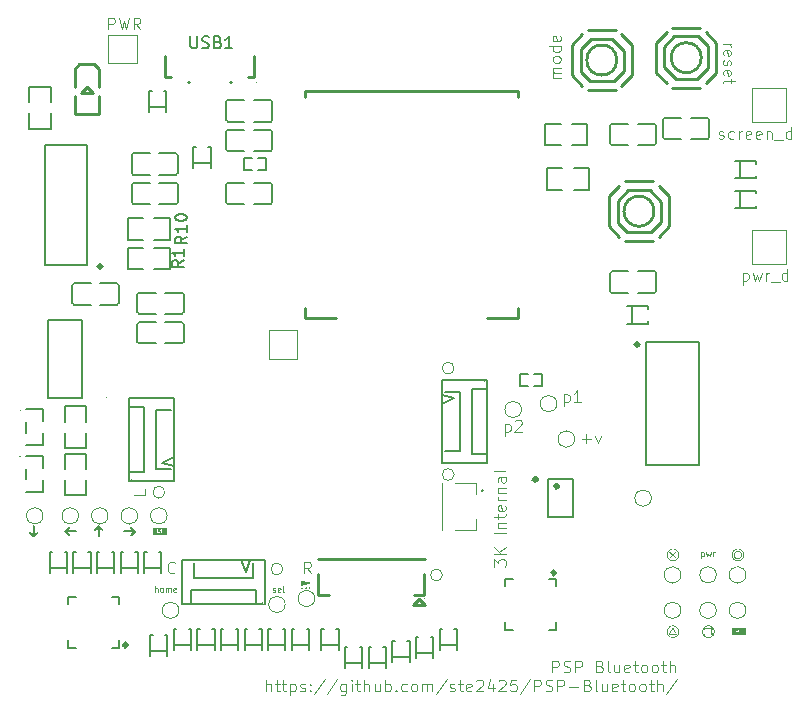
<source format=gbr>
%TF.GenerationSoftware,KiCad,Pcbnew,8.0.4*%
%TF.CreationDate,2024-10-09T22:08:27+01:00*%
%TF.ProjectId,esp32,65737033-322e-46b6-9963-61645f706362,rev?*%
%TF.SameCoordinates,Original*%
%TF.FileFunction,Legend,Top*%
%TF.FilePolarity,Positive*%
%FSLAX46Y46*%
G04 Gerber Fmt 4.6, Leading zero omitted, Abs format (unit mm)*
G04 Created by KiCad (PCBNEW 8.0.4) date 2024-10-09 22:08:27*
%MOMM*%
%LPD*%
G01*
G04 APERTURE LIST*
%ADD10C,0.100000*%
%ADD11C,0.150000*%
%ADD12C,0.200000*%
%ADD13C,0.300000*%
%ADD14C,0.151994*%
%ADD15C,0.152400*%
%ADD16C,0.120000*%
%ADD17C,0.059995*%
%ADD18C,0.254000*%
%ADD19C,0.150114*%
%ADD20R,0.800000X0.280010*%
%ADD21R,0.280010X0.800000*%
%ADD22R,2.700000X2.700000*%
%ADD23R,0.750013X1.000000*%
%ADD24C,1.000000*%
%ADD25R,1.410008X1.350013*%
%ADD26R,0.800000X0.300000*%
%ADD27R,0.800000X0.450013*%
%ADD28R,1.000000X1.700000*%
%ADD29R,2.000000X2.000000*%
%ADD30R,1.000000X0.750013*%
%ADD31O,1.745009X0.559995*%
%ADD32R,0.700025X0.299975*%
%ADD33R,1.000000X0.299975*%
%ADD34R,1.250013X0.700000*%
%ADD35R,1.132537X1.377013*%
%ADD36R,2.500000X2.500000*%
%ADD37R,2.100000X0.950013*%
%ADD38R,0.950013X2.100000*%
%ADD39R,0.900000X0.900000*%
%ADD40R,0.400000X1.600000*%
%ADD41C,1.300000*%
%ADD42O,1.300000X1.800000*%
%ADD43R,0.565659X0.540005*%
%ADD44R,1.377013X1.132537*%
%ADD45R,0.600000X0.800000*%
%ADD46R,0.250013X0.800000*%
%ADD47O,2.231013X0.602007*%
%ADD48O,1.620015X0.280010*%
%ADD49R,1.399543X1.000000*%
%ADD50R,2.500000X1.100000*%
%ADD51R,2.340005X3.600000*%
%ADD52R,0.299975X0.700025*%
%ADD53R,0.299975X1.000000*%
G04 APERTURE END LIST*
D10*
X141500000Y-124500000D02*
G75*
G02*
X140500000Y-124500000I-500000J0D01*
G01*
X140500000Y-124500000D02*
G75*
G02*
X141500000Y-124500000I500000J0D01*
G01*
X142500000Y-116000000D02*
G75*
G02*
X141500000Y-116000000I-500000J0D01*
G01*
X141500000Y-116000000D02*
G75*
G02*
X142500000Y-116000000I500000J0D01*
G01*
X142500000Y-107000000D02*
G75*
G02*
X141500000Y-107000000I-500000J0D01*
G01*
X141500000Y-107000000D02*
G75*
G02*
X142500000Y-107000000I500000J0D01*
G01*
X118000000Y-117500000D02*
G75*
G02*
X117000000Y-117500000I-500000J0D01*
G01*
X117000000Y-117500000D02*
G75*
G02*
X118000000Y-117500000I500000J0D01*
G01*
X128000000Y-124000000D02*
G75*
G02*
X127000000Y-124000000I-500000J0D01*
G01*
X127000000Y-124000000D02*
G75*
G02*
X128000000Y-124000000I500000J0D01*
G01*
X117184836Y-125933609D02*
X117184836Y-125433609D01*
X117399122Y-125933609D02*
X117399122Y-125671704D01*
X117399122Y-125671704D02*
X117375312Y-125624085D01*
X117375312Y-125624085D02*
X117327693Y-125600276D01*
X117327693Y-125600276D02*
X117256265Y-125600276D01*
X117256265Y-125600276D02*
X117208646Y-125624085D01*
X117208646Y-125624085D02*
X117184836Y-125647895D01*
X117708646Y-125933609D02*
X117661027Y-125909800D01*
X117661027Y-125909800D02*
X117637217Y-125885990D01*
X117637217Y-125885990D02*
X117613408Y-125838371D01*
X117613408Y-125838371D02*
X117613408Y-125695514D01*
X117613408Y-125695514D02*
X117637217Y-125647895D01*
X117637217Y-125647895D02*
X117661027Y-125624085D01*
X117661027Y-125624085D02*
X117708646Y-125600276D01*
X117708646Y-125600276D02*
X117780074Y-125600276D01*
X117780074Y-125600276D02*
X117827693Y-125624085D01*
X117827693Y-125624085D02*
X117851503Y-125647895D01*
X117851503Y-125647895D02*
X117875312Y-125695514D01*
X117875312Y-125695514D02*
X117875312Y-125838371D01*
X117875312Y-125838371D02*
X117851503Y-125885990D01*
X117851503Y-125885990D02*
X117827693Y-125909800D01*
X117827693Y-125909800D02*
X117780074Y-125933609D01*
X117780074Y-125933609D02*
X117708646Y-125933609D01*
X118089598Y-125933609D02*
X118089598Y-125600276D01*
X118089598Y-125647895D02*
X118113408Y-125624085D01*
X118113408Y-125624085D02*
X118161027Y-125600276D01*
X118161027Y-125600276D02*
X118232455Y-125600276D01*
X118232455Y-125600276D02*
X118280074Y-125624085D01*
X118280074Y-125624085D02*
X118303884Y-125671704D01*
X118303884Y-125671704D02*
X118303884Y-125933609D01*
X118303884Y-125671704D02*
X118327693Y-125624085D01*
X118327693Y-125624085D02*
X118375312Y-125600276D01*
X118375312Y-125600276D02*
X118446741Y-125600276D01*
X118446741Y-125600276D02*
X118494360Y-125624085D01*
X118494360Y-125624085D02*
X118518170Y-125671704D01*
X118518170Y-125671704D02*
X118518170Y-125933609D01*
X118946741Y-125909800D02*
X118899122Y-125933609D01*
X118899122Y-125933609D02*
X118803884Y-125933609D01*
X118803884Y-125933609D02*
X118756265Y-125909800D01*
X118756265Y-125909800D02*
X118732456Y-125862180D01*
X118732456Y-125862180D02*
X118732456Y-125671704D01*
X118732456Y-125671704D02*
X118756265Y-125624085D01*
X118756265Y-125624085D02*
X118803884Y-125600276D01*
X118803884Y-125600276D02*
X118899122Y-125600276D01*
X118899122Y-125600276D02*
X118946741Y-125624085D01*
X118946741Y-125624085D02*
X118970551Y-125671704D01*
X118970551Y-125671704D02*
X118970551Y-125719323D01*
X118970551Y-125719323D02*
X118732456Y-125766942D01*
G36*
X106906664Y-121330488D02*
G01*
X106858629Y-121318597D01*
X106841451Y-121305331D01*
X106527599Y-120990990D01*
X106502695Y-120948308D01*
X106500000Y-120925778D01*
X106512698Y-120877921D01*
X106526866Y-120859832D01*
X106569349Y-120835369D01*
X106592323Y-120832721D01*
X106641236Y-120846222D01*
X106656803Y-120858855D01*
X106812630Y-121015170D01*
X106812630Y-120359623D01*
X106825329Y-120312102D01*
X106839497Y-120294166D01*
X106883768Y-120269199D01*
X106903977Y-120267055D01*
X106951718Y-120279869D01*
X106969678Y-120294166D01*
X106994142Y-120336649D01*
X106996789Y-120359623D01*
X106996789Y-121020788D01*
X107145289Y-120878394D01*
X107190713Y-120855452D01*
X107211235Y-120853482D01*
X107258556Y-120866180D01*
X107276936Y-120880348D01*
X107302802Y-120924170D01*
X107305024Y-120944340D01*
X107291286Y-120992837D01*
X107275959Y-121010530D01*
X106972121Y-121302644D01*
X106928588Y-121327769D01*
X106906664Y-121330488D01*
G37*
X146803884Y-111705752D02*
X146803884Y-112705752D01*
X146803884Y-111753371D02*
X146899122Y-111705752D01*
X146899122Y-111705752D02*
X147089598Y-111705752D01*
X147089598Y-111705752D02*
X147184836Y-111753371D01*
X147184836Y-111753371D02*
X147232455Y-111800990D01*
X147232455Y-111800990D02*
X147280074Y-111896228D01*
X147280074Y-111896228D02*
X147280074Y-112181942D01*
X147280074Y-112181942D02*
X147232455Y-112277180D01*
X147232455Y-112277180D02*
X147184836Y-112324800D01*
X147184836Y-112324800D02*
X147089598Y-112372419D01*
X147089598Y-112372419D02*
X146899122Y-112372419D01*
X146899122Y-112372419D02*
X146803884Y-112324800D01*
X147661027Y-111467657D02*
X147708646Y-111420038D01*
X147708646Y-111420038D02*
X147803884Y-111372419D01*
X147803884Y-111372419D02*
X148041979Y-111372419D01*
X148041979Y-111372419D02*
X148137217Y-111420038D01*
X148137217Y-111420038D02*
X148184836Y-111467657D01*
X148184836Y-111467657D02*
X148232455Y-111562895D01*
X148232455Y-111562895D02*
X148232455Y-111658133D01*
X148232455Y-111658133D02*
X148184836Y-111800990D01*
X148184836Y-111800990D02*
X147613408Y-112372419D01*
X147613408Y-112372419D02*
X148232455Y-112372419D01*
G36*
X166549041Y-122442829D02*
G01*
X166601921Y-122448954D01*
X166651761Y-122462430D01*
X166698561Y-122483255D01*
X166742321Y-122511431D01*
X166783042Y-122546957D01*
X166795730Y-122560193D01*
X166828883Y-122601927D01*
X166854669Y-122646701D01*
X166873088Y-122694514D01*
X166884139Y-122745367D01*
X166887822Y-122799260D01*
X166887413Y-122817384D01*
X166881273Y-122869800D01*
X166867767Y-122919279D01*
X166846892Y-122965822D01*
X166818651Y-123009428D01*
X166783042Y-123050097D01*
X166769806Y-123062756D01*
X166728072Y-123095832D01*
X166683298Y-123121557D01*
X166635485Y-123139933D01*
X166584632Y-123150958D01*
X166530739Y-123154633D01*
X166512614Y-123154225D01*
X166460184Y-123148100D01*
X166410673Y-123134624D01*
X166364082Y-123113799D01*
X166320410Y-123085623D01*
X166279658Y-123050097D01*
X166266999Y-123036867D01*
X166233923Y-122995219D01*
X166208197Y-122950634D01*
X166189822Y-122903113D01*
X166178797Y-122852655D01*
X166175122Y-122799260D01*
X166250104Y-122799260D01*
X166250185Y-122806478D01*
X166256615Y-122861852D01*
X166273334Y-122913014D01*
X166300342Y-122959962D01*
X166332414Y-122997585D01*
X166337606Y-123002649D01*
X166381478Y-123037373D01*
X166429502Y-123061809D01*
X166481679Y-123075956D01*
X166530739Y-123079895D01*
X166545257Y-123079573D01*
X166593922Y-123073384D01*
X166645446Y-123056665D01*
X166692604Y-123029657D01*
X166730286Y-122997585D01*
X166735365Y-122992408D01*
X166770192Y-122948620D01*
X166794700Y-122900618D01*
X166808889Y-122848404D01*
X166812840Y-122799260D01*
X166812517Y-122784712D01*
X166806310Y-122735959D01*
X166789541Y-122684363D01*
X166762453Y-122637163D01*
X166730286Y-122599469D01*
X166725107Y-122594405D01*
X166681224Y-122559681D01*
X166632974Y-122535245D01*
X166580359Y-122521098D01*
X166530739Y-122517159D01*
X166523536Y-122517240D01*
X166468245Y-122523670D01*
X166417107Y-122540389D01*
X166370121Y-122567397D01*
X166332414Y-122599469D01*
X166327350Y-122604648D01*
X166292626Y-122648551D01*
X166268190Y-122696850D01*
X166254043Y-122749545D01*
X166250104Y-122799260D01*
X166175122Y-122799260D01*
X166175530Y-122780958D01*
X166181655Y-122728078D01*
X166195130Y-122678238D01*
X166215956Y-122631438D01*
X166244132Y-122587678D01*
X166279658Y-122546957D01*
X166292917Y-122534298D01*
X166334643Y-122501222D01*
X166379288Y-122475497D01*
X166426852Y-122457121D01*
X166477336Y-122446096D01*
X166530739Y-122442421D01*
X166549041Y-122442829D01*
G37*
G36*
X166584976Y-122269486D02*
G01*
X166637168Y-122276779D01*
X166687314Y-122288933D01*
X166735415Y-122305950D01*
X166781470Y-122327829D01*
X166825479Y-122354570D01*
X166867443Y-122386173D01*
X166907362Y-122422637D01*
X166943826Y-122462502D01*
X166975429Y-122504428D01*
X167002170Y-122548415D01*
X167024049Y-122594462D01*
X167041066Y-122642570D01*
X167053220Y-122692739D01*
X167060513Y-122744969D01*
X167062944Y-122799260D01*
X167060513Y-122853211D01*
X167053220Y-122905154D01*
X167041066Y-122955091D01*
X167024049Y-123003019D01*
X167002170Y-123048941D01*
X166975429Y-123092855D01*
X166943826Y-123134762D01*
X166907362Y-123174661D01*
X166867443Y-123211068D01*
X166825479Y-123242622D01*
X166781470Y-123269320D01*
X166735415Y-123291165D01*
X166687314Y-123308155D01*
X166637168Y-123320291D01*
X166584976Y-123327572D01*
X166530739Y-123330000D01*
X166476845Y-123327572D01*
X166424952Y-123320291D01*
X166375057Y-123308155D01*
X166327163Y-123291165D01*
X166281268Y-123269320D01*
X166237373Y-123242622D01*
X166195478Y-123211068D01*
X166155582Y-123174661D01*
X166119117Y-123134762D01*
X166087515Y-123092855D01*
X166060774Y-123048941D01*
X166038895Y-123003019D01*
X166021878Y-122955091D01*
X166009723Y-122905154D01*
X166002430Y-122853211D01*
X166000000Y-122799260D01*
X166076203Y-122799260D01*
X166076724Y-122822554D01*
X166082585Y-122878921D01*
X166094957Y-122932616D01*
X166113840Y-122983640D01*
X166139235Y-123031993D01*
X166171142Y-123077674D01*
X166209560Y-123120683D01*
X166226442Y-123136832D01*
X166270510Y-123172646D01*
X166317237Y-123201948D01*
X166366623Y-123224738D01*
X166418669Y-123241017D01*
X166473374Y-123250784D01*
X166530739Y-123254040D01*
X166554182Y-123253519D01*
X166610876Y-123247659D01*
X166664840Y-123235287D01*
X166716073Y-123216403D01*
X166764574Y-123191008D01*
X166810345Y-123159102D01*
X166853384Y-123120683D01*
X166869533Y-123103800D01*
X166905346Y-123059722D01*
X166934648Y-123012972D01*
X166957439Y-122963551D01*
X166973717Y-122911459D01*
X166983485Y-122856695D01*
X166986741Y-122799260D01*
X166986220Y-122775788D01*
X166980359Y-122719027D01*
X166967987Y-122665010D01*
X166949104Y-122613736D01*
X166923709Y-122565205D01*
X166891802Y-122519416D01*
X166853384Y-122476371D01*
X166836496Y-122460222D01*
X166792364Y-122424409D01*
X166745501Y-122395107D01*
X166695907Y-122372316D01*
X166643582Y-122356037D01*
X166588526Y-122346270D01*
X166530739Y-122343014D01*
X166507474Y-122343535D01*
X166451173Y-122349395D01*
X166397531Y-122361767D01*
X166346549Y-122380651D01*
X166298227Y-122406046D01*
X166252564Y-122437953D01*
X166209560Y-122476371D01*
X166193411Y-122493260D01*
X166157598Y-122537402D01*
X166128296Y-122584288D01*
X166105505Y-122633916D01*
X166089226Y-122686288D01*
X166079459Y-122741402D01*
X166076203Y-122799260D01*
X166000000Y-122799260D01*
X166002438Y-122745301D01*
X166009754Y-122693335D01*
X166021947Y-122643360D01*
X166039017Y-122595378D01*
X166060965Y-122549388D01*
X166087790Y-122505390D01*
X166119491Y-122463384D01*
X166156071Y-122423370D01*
X166196119Y-122386734D01*
X166238106Y-122354982D01*
X166282031Y-122328115D01*
X166327896Y-122306133D01*
X166375698Y-122289036D01*
X166425440Y-122276824D01*
X166477120Y-122269497D01*
X166530739Y-122267055D01*
X166584976Y-122269486D01*
G37*
G36*
X161321144Y-122551598D02*
G01*
X161079099Y-122793642D01*
X161320900Y-123035687D01*
X161267166Y-123089420D01*
X161025366Y-122847620D01*
X160783565Y-123089420D01*
X160731053Y-123035687D01*
X160972854Y-122793642D01*
X160729588Y-122551842D01*
X160783565Y-122497864D01*
X161025366Y-122741130D01*
X161268387Y-122497864D01*
X161321144Y-122551598D01*
G37*
G36*
X161084976Y-122269486D02*
G01*
X161137168Y-122276779D01*
X161187314Y-122288933D01*
X161235415Y-122305950D01*
X161281470Y-122327829D01*
X161325479Y-122354570D01*
X161367443Y-122386173D01*
X161407362Y-122422637D01*
X161443826Y-122462502D01*
X161475429Y-122504428D01*
X161502170Y-122548415D01*
X161524049Y-122594462D01*
X161541066Y-122642570D01*
X161553220Y-122692739D01*
X161560513Y-122744969D01*
X161562944Y-122799260D01*
X161560513Y-122853211D01*
X161553220Y-122905154D01*
X161541066Y-122955091D01*
X161524049Y-123003019D01*
X161502170Y-123048941D01*
X161475429Y-123092855D01*
X161443826Y-123134762D01*
X161407362Y-123174661D01*
X161367443Y-123211068D01*
X161325479Y-123242622D01*
X161281470Y-123269320D01*
X161235415Y-123291165D01*
X161187314Y-123308155D01*
X161137168Y-123320291D01*
X161084976Y-123327572D01*
X161030739Y-123330000D01*
X160976845Y-123327572D01*
X160924952Y-123320291D01*
X160875057Y-123308155D01*
X160827163Y-123291165D01*
X160781268Y-123269320D01*
X160737373Y-123242622D01*
X160695478Y-123211068D01*
X160655582Y-123174661D01*
X160619117Y-123134762D01*
X160587515Y-123092855D01*
X160560774Y-123048941D01*
X160538895Y-123003019D01*
X160521878Y-122955091D01*
X160509723Y-122905154D01*
X160502430Y-122853211D01*
X160500000Y-122799260D01*
X160576203Y-122799260D01*
X160576724Y-122822554D01*
X160582585Y-122878921D01*
X160594957Y-122932616D01*
X160613840Y-122983640D01*
X160639235Y-123031993D01*
X160671142Y-123077674D01*
X160709560Y-123120683D01*
X160726442Y-123136832D01*
X160770510Y-123172646D01*
X160817237Y-123201948D01*
X160866623Y-123224738D01*
X160918669Y-123241017D01*
X160973374Y-123250784D01*
X161030739Y-123254040D01*
X161054182Y-123253519D01*
X161110876Y-123247659D01*
X161164840Y-123235287D01*
X161216073Y-123216403D01*
X161264574Y-123191008D01*
X161310345Y-123159102D01*
X161353384Y-123120683D01*
X161369533Y-123103800D01*
X161405346Y-123059722D01*
X161434648Y-123012972D01*
X161457439Y-122963551D01*
X161473717Y-122911459D01*
X161483485Y-122856695D01*
X161486741Y-122799260D01*
X161486220Y-122775788D01*
X161480359Y-122719027D01*
X161467987Y-122665010D01*
X161449104Y-122613736D01*
X161423709Y-122565205D01*
X161391802Y-122519416D01*
X161353384Y-122476371D01*
X161336496Y-122460222D01*
X161292364Y-122424409D01*
X161245501Y-122395107D01*
X161195907Y-122372316D01*
X161143582Y-122356037D01*
X161088526Y-122346270D01*
X161030739Y-122343014D01*
X161007474Y-122343535D01*
X160951173Y-122349395D01*
X160897531Y-122361767D01*
X160846549Y-122380651D01*
X160798227Y-122406046D01*
X160752564Y-122437953D01*
X160709560Y-122476371D01*
X160693411Y-122493260D01*
X160657598Y-122537402D01*
X160628296Y-122584288D01*
X160605505Y-122633916D01*
X160589226Y-122686288D01*
X160579459Y-122741402D01*
X160576203Y-122799260D01*
X160500000Y-122799260D01*
X160502438Y-122745301D01*
X160509754Y-122693335D01*
X160521947Y-122643360D01*
X160539017Y-122595378D01*
X160560965Y-122549388D01*
X160587790Y-122505390D01*
X160619491Y-122463384D01*
X160656071Y-122423370D01*
X160696119Y-122386734D01*
X160738106Y-122354982D01*
X160782031Y-122328115D01*
X160827896Y-122306133D01*
X160875698Y-122289036D01*
X160925440Y-122276824D01*
X160977120Y-122269497D01*
X161030739Y-122267055D01*
X161084976Y-122269486D01*
G37*
X116372419Y-117219925D02*
X116372419Y-117696115D01*
X116372419Y-117696115D02*
X115372419Y-117696115D01*
X151527233Y-82405767D02*
X150860566Y-82405767D01*
X150955804Y-82405767D02*
X150908185Y-82358148D01*
X150908185Y-82358148D02*
X150860566Y-82262910D01*
X150860566Y-82262910D02*
X150860566Y-82120053D01*
X150860566Y-82120053D02*
X150908185Y-82024815D01*
X150908185Y-82024815D02*
X151003423Y-81977196D01*
X151003423Y-81977196D02*
X151527233Y-81977196D01*
X151003423Y-81977196D02*
X150908185Y-81929577D01*
X150908185Y-81929577D02*
X150860566Y-81834339D01*
X150860566Y-81834339D02*
X150860566Y-81691482D01*
X150860566Y-81691482D02*
X150908185Y-81596243D01*
X150908185Y-81596243D02*
X151003423Y-81548624D01*
X151003423Y-81548624D02*
X151527233Y-81548624D01*
X151527233Y-80929577D02*
X151479614Y-81024815D01*
X151479614Y-81024815D02*
X151431994Y-81072434D01*
X151431994Y-81072434D02*
X151336756Y-81120053D01*
X151336756Y-81120053D02*
X151051042Y-81120053D01*
X151051042Y-81120053D02*
X150955804Y-81072434D01*
X150955804Y-81072434D02*
X150908185Y-81024815D01*
X150908185Y-81024815D02*
X150860566Y-80929577D01*
X150860566Y-80929577D02*
X150860566Y-80786720D01*
X150860566Y-80786720D02*
X150908185Y-80691482D01*
X150908185Y-80691482D02*
X150955804Y-80643863D01*
X150955804Y-80643863D02*
X151051042Y-80596244D01*
X151051042Y-80596244D02*
X151336756Y-80596244D01*
X151336756Y-80596244D02*
X151431994Y-80643863D01*
X151431994Y-80643863D02*
X151479614Y-80691482D01*
X151479614Y-80691482D02*
X151527233Y-80786720D01*
X151527233Y-80786720D02*
X151527233Y-80929577D01*
X151527233Y-79739101D02*
X150527233Y-79739101D01*
X151479614Y-79739101D02*
X151527233Y-79834339D01*
X151527233Y-79834339D02*
X151527233Y-80024815D01*
X151527233Y-80024815D02*
X151479614Y-80120053D01*
X151479614Y-80120053D02*
X151431994Y-80167672D01*
X151431994Y-80167672D02*
X151336756Y-80215291D01*
X151336756Y-80215291D02*
X151051042Y-80215291D01*
X151051042Y-80215291D02*
X150955804Y-80167672D01*
X150955804Y-80167672D02*
X150908185Y-80120053D01*
X150908185Y-80120053D02*
X150860566Y-80024815D01*
X150860566Y-80024815D02*
X150860566Y-79834339D01*
X150860566Y-79834339D02*
X150908185Y-79739101D01*
X151479614Y-78881958D02*
X151527233Y-78977196D01*
X151527233Y-78977196D02*
X151527233Y-79167672D01*
X151527233Y-79167672D02*
X151479614Y-79262910D01*
X151479614Y-79262910D02*
X151384375Y-79310529D01*
X151384375Y-79310529D02*
X151003423Y-79310529D01*
X151003423Y-79310529D02*
X150908185Y-79262910D01*
X150908185Y-79262910D02*
X150860566Y-79167672D01*
X150860566Y-79167672D02*
X150860566Y-78977196D01*
X150860566Y-78977196D02*
X150908185Y-78881958D01*
X150908185Y-78881958D02*
X151003423Y-78834339D01*
X151003423Y-78834339D02*
X151098661Y-78834339D01*
X151098661Y-78834339D02*
X151193899Y-79310529D01*
X153303884Y-112991466D02*
X154065789Y-112991466D01*
X153684836Y-113372419D02*
X153684836Y-112610514D01*
X154446741Y-112705752D02*
X154684836Y-113372419D01*
X154684836Y-113372419D02*
X154922931Y-112705752D01*
X145872419Y-123791353D02*
X145872419Y-123172306D01*
X145872419Y-123172306D02*
X146253371Y-123505639D01*
X146253371Y-123505639D02*
X146253371Y-123362782D01*
X146253371Y-123362782D02*
X146300990Y-123267544D01*
X146300990Y-123267544D02*
X146348609Y-123219925D01*
X146348609Y-123219925D02*
X146443847Y-123172306D01*
X146443847Y-123172306D02*
X146681942Y-123172306D01*
X146681942Y-123172306D02*
X146777180Y-123219925D01*
X146777180Y-123219925D02*
X146824800Y-123267544D01*
X146824800Y-123267544D02*
X146872419Y-123362782D01*
X146872419Y-123362782D02*
X146872419Y-123648496D01*
X146872419Y-123648496D02*
X146824800Y-123743734D01*
X146824800Y-123743734D02*
X146777180Y-123791353D01*
X146872419Y-122743734D02*
X145872419Y-122743734D01*
X146872419Y-122172306D02*
X146300990Y-122600877D01*
X145872419Y-122172306D02*
X146443847Y-122743734D01*
X146872419Y-120981829D02*
X145872419Y-120981829D01*
X146205752Y-120505639D02*
X146872419Y-120505639D01*
X146300990Y-120505639D02*
X146253371Y-120458020D01*
X146253371Y-120458020D02*
X146205752Y-120362782D01*
X146205752Y-120362782D02*
X146205752Y-120219925D01*
X146205752Y-120219925D02*
X146253371Y-120124687D01*
X146253371Y-120124687D02*
X146348609Y-120077068D01*
X146348609Y-120077068D02*
X146872419Y-120077068D01*
X146205752Y-119743734D02*
X146205752Y-119362782D01*
X145872419Y-119600877D02*
X146729561Y-119600877D01*
X146729561Y-119600877D02*
X146824800Y-119553258D01*
X146824800Y-119553258D02*
X146872419Y-119458020D01*
X146872419Y-119458020D02*
X146872419Y-119362782D01*
X146824800Y-118648496D02*
X146872419Y-118743734D01*
X146872419Y-118743734D02*
X146872419Y-118934210D01*
X146872419Y-118934210D02*
X146824800Y-119029448D01*
X146824800Y-119029448D02*
X146729561Y-119077067D01*
X146729561Y-119077067D02*
X146348609Y-119077067D01*
X146348609Y-119077067D02*
X146253371Y-119029448D01*
X146253371Y-119029448D02*
X146205752Y-118934210D01*
X146205752Y-118934210D02*
X146205752Y-118743734D01*
X146205752Y-118743734D02*
X146253371Y-118648496D01*
X146253371Y-118648496D02*
X146348609Y-118600877D01*
X146348609Y-118600877D02*
X146443847Y-118600877D01*
X146443847Y-118600877D02*
X146539085Y-119077067D01*
X146872419Y-118172305D02*
X146205752Y-118172305D01*
X146396228Y-118172305D02*
X146300990Y-118124686D01*
X146300990Y-118124686D02*
X146253371Y-118077067D01*
X146253371Y-118077067D02*
X146205752Y-117981829D01*
X146205752Y-117981829D02*
X146205752Y-117886591D01*
X146205752Y-117553257D02*
X146872419Y-117553257D01*
X146300990Y-117553257D02*
X146253371Y-117505638D01*
X146253371Y-117505638D02*
X146205752Y-117410400D01*
X146205752Y-117410400D02*
X146205752Y-117267543D01*
X146205752Y-117267543D02*
X146253371Y-117172305D01*
X146253371Y-117172305D02*
X146348609Y-117124686D01*
X146348609Y-117124686D02*
X146872419Y-117124686D01*
X146872419Y-116219924D02*
X146348609Y-116219924D01*
X146348609Y-116219924D02*
X146253371Y-116267543D01*
X146253371Y-116267543D02*
X146205752Y-116362781D01*
X146205752Y-116362781D02*
X146205752Y-116553257D01*
X146205752Y-116553257D02*
X146253371Y-116648495D01*
X146824800Y-116219924D02*
X146872419Y-116315162D01*
X146872419Y-116315162D02*
X146872419Y-116553257D01*
X146872419Y-116553257D02*
X146824800Y-116648495D01*
X146824800Y-116648495D02*
X146729561Y-116696114D01*
X146729561Y-116696114D02*
X146634323Y-116696114D01*
X146634323Y-116696114D02*
X146539085Y-116648495D01*
X146539085Y-116648495D02*
X146491466Y-116553257D01*
X146491466Y-116553257D02*
X146491466Y-116315162D01*
X146491466Y-116315162D02*
X146443847Y-116219924D01*
X146872419Y-115600876D02*
X146824800Y-115696114D01*
X146824800Y-115696114D02*
X146729561Y-115743733D01*
X146729561Y-115743733D02*
X145872419Y-115743733D01*
X130375312Y-124372419D02*
X130041979Y-123896228D01*
X129803884Y-124372419D02*
X129803884Y-123372419D01*
X129803884Y-123372419D02*
X130184836Y-123372419D01*
X130184836Y-123372419D02*
X130280074Y-123420038D01*
X130280074Y-123420038D02*
X130327693Y-123467657D01*
X130327693Y-123467657D02*
X130375312Y-123562895D01*
X130375312Y-123562895D02*
X130375312Y-123705752D01*
X130375312Y-123705752D02*
X130327693Y-123800990D01*
X130327693Y-123800990D02*
X130280074Y-123848609D01*
X130280074Y-123848609D02*
X130184836Y-123896228D01*
X130184836Y-123896228D02*
X129803884Y-123896228D01*
X165282394Y-79513536D02*
X165949061Y-79513536D01*
X165758585Y-79513536D02*
X165853823Y-79561155D01*
X165853823Y-79561155D02*
X165901442Y-79608774D01*
X165901442Y-79608774D02*
X165949061Y-79704012D01*
X165949061Y-79704012D02*
X165949061Y-79799250D01*
X165330014Y-80513536D02*
X165282394Y-80418298D01*
X165282394Y-80418298D02*
X165282394Y-80227822D01*
X165282394Y-80227822D02*
X165330014Y-80132584D01*
X165330014Y-80132584D02*
X165425252Y-80084965D01*
X165425252Y-80084965D02*
X165806204Y-80084965D01*
X165806204Y-80084965D02*
X165901442Y-80132584D01*
X165901442Y-80132584D02*
X165949061Y-80227822D01*
X165949061Y-80227822D02*
X165949061Y-80418298D01*
X165949061Y-80418298D02*
X165901442Y-80513536D01*
X165901442Y-80513536D02*
X165806204Y-80561155D01*
X165806204Y-80561155D02*
X165710966Y-80561155D01*
X165710966Y-80561155D02*
X165615728Y-80084965D01*
X165330014Y-80942108D02*
X165282394Y-81037346D01*
X165282394Y-81037346D02*
X165282394Y-81227822D01*
X165282394Y-81227822D02*
X165330014Y-81323060D01*
X165330014Y-81323060D02*
X165425252Y-81370679D01*
X165425252Y-81370679D02*
X165472871Y-81370679D01*
X165472871Y-81370679D02*
X165568109Y-81323060D01*
X165568109Y-81323060D02*
X165615728Y-81227822D01*
X165615728Y-81227822D02*
X165615728Y-81084965D01*
X165615728Y-81084965D02*
X165663347Y-80989727D01*
X165663347Y-80989727D02*
X165758585Y-80942108D01*
X165758585Y-80942108D02*
X165806204Y-80942108D01*
X165806204Y-80942108D02*
X165901442Y-80989727D01*
X165901442Y-80989727D02*
X165949061Y-81084965D01*
X165949061Y-81084965D02*
X165949061Y-81227822D01*
X165949061Y-81227822D02*
X165901442Y-81323060D01*
X165330014Y-82180203D02*
X165282394Y-82084965D01*
X165282394Y-82084965D02*
X165282394Y-81894489D01*
X165282394Y-81894489D02*
X165330014Y-81799251D01*
X165330014Y-81799251D02*
X165425252Y-81751632D01*
X165425252Y-81751632D02*
X165806204Y-81751632D01*
X165806204Y-81751632D02*
X165901442Y-81799251D01*
X165901442Y-81799251D02*
X165949061Y-81894489D01*
X165949061Y-81894489D02*
X165949061Y-82084965D01*
X165949061Y-82084965D02*
X165901442Y-82180203D01*
X165901442Y-82180203D02*
X165806204Y-82227822D01*
X165806204Y-82227822D02*
X165710966Y-82227822D01*
X165710966Y-82227822D02*
X165615728Y-81751632D01*
X165949061Y-82513537D02*
X165949061Y-82894489D01*
X166282394Y-82656394D02*
X165425252Y-82656394D01*
X165425252Y-82656394D02*
X165330014Y-82704013D01*
X165330014Y-82704013D02*
X165282394Y-82799251D01*
X165282394Y-82799251D02*
X165282394Y-82894489D01*
X151803884Y-109205752D02*
X151803884Y-110205752D01*
X151803884Y-109253371D02*
X151899122Y-109205752D01*
X151899122Y-109205752D02*
X152089598Y-109205752D01*
X152089598Y-109205752D02*
X152184836Y-109253371D01*
X152184836Y-109253371D02*
X152232455Y-109300990D01*
X152232455Y-109300990D02*
X152280074Y-109396228D01*
X152280074Y-109396228D02*
X152280074Y-109681942D01*
X152280074Y-109681942D02*
X152232455Y-109777180D01*
X152232455Y-109777180D02*
X152184836Y-109824800D01*
X152184836Y-109824800D02*
X152089598Y-109872419D01*
X152089598Y-109872419D02*
X151899122Y-109872419D01*
X151899122Y-109872419D02*
X151803884Y-109824800D01*
X153232455Y-109872419D02*
X152661027Y-109872419D01*
X152946741Y-109872419D02*
X152946741Y-108872419D01*
X152946741Y-108872419D02*
X152851503Y-109015276D01*
X152851503Y-109015276D02*
X152756265Y-109110514D01*
X152756265Y-109110514D02*
X152661027Y-109158133D01*
X113223361Y-78322101D02*
X113223361Y-77322101D01*
X113223361Y-77322101D02*
X113604313Y-77322101D01*
X113604313Y-77322101D02*
X113699551Y-77369720D01*
X113699551Y-77369720D02*
X113747170Y-77417339D01*
X113747170Y-77417339D02*
X113794789Y-77512577D01*
X113794789Y-77512577D02*
X113794789Y-77655434D01*
X113794789Y-77655434D02*
X113747170Y-77750672D01*
X113747170Y-77750672D02*
X113699551Y-77798291D01*
X113699551Y-77798291D02*
X113604313Y-77845910D01*
X113604313Y-77845910D02*
X113223361Y-77845910D01*
X114128123Y-77322101D02*
X114366218Y-78322101D01*
X114366218Y-78322101D02*
X114556694Y-77607815D01*
X114556694Y-77607815D02*
X114747170Y-78322101D01*
X114747170Y-78322101D02*
X114985266Y-77322101D01*
X115937646Y-78322101D02*
X115604313Y-77845910D01*
X115366218Y-78322101D02*
X115366218Y-77322101D01*
X115366218Y-77322101D02*
X115747170Y-77322101D01*
X115747170Y-77322101D02*
X115842408Y-77369720D01*
X115842408Y-77369720D02*
X115890027Y-77417339D01*
X115890027Y-77417339D02*
X115937646Y-77512577D01*
X115937646Y-77512577D02*
X115937646Y-77655434D01*
X115937646Y-77655434D02*
X115890027Y-77750672D01*
X115890027Y-77750672D02*
X115842408Y-77798291D01*
X115842408Y-77798291D02*
X115747170Y-77845910D01*
X115747170Y-77845910D02*
X115366218Y-77845910D01*
G36*
X161381716Y-129577941D02*
G01*
X160681228Y-129577941D01*
X160719211Y-129501737D01*
X160804082Y-129501737D01*
X161258862Y-129501737D01*
X161030739Y-129045491D01*
X160804082Y-129501737D01*
X160719211Y-129501737D01*
X161030739Y-128876720D01*
X161381716Y-129577941D01*
G37*
G36*
X161084976Y-128769486D02*
G01*
X161137168Y-128776779D01*
X161187314Y-128788933D01*
X161235415Y-128805950D01*
X161281470Y-128827829D01*
X161325479Y-128854570D01*
X161367443Y-128886173D01*
X161407362Y-128922637D01*
X161443826Y-128962502D01*
X161475429Y-129004428D01*
X161502170Y-129048415D01*
X161524049Y-129094462D01*
X161541066Y-129142570D01*
X161553220Y-129192739D01*
X161560513Y-129244969D01*
X161562944Y-129299260D01*
X161560513Y-129353211D01*
X161553220Y-129405154D01*
X161541066Y-129455091D01*
X161524049Y-129503019D01*
X161502170Y-129548941D01*
X161475429Y-129592855D01*
X161443826Y-129634762D01*
X161407362Y-129674661D01*
X161367443Y-129711068D01*
X161325479Y-129742622D01*
X161281470Y-129769320D01*
X161235415Y-129791165D01*
X161187314Y-129808155D01*
X161137168Y-129820291D01*
X161084976Y-129827572D01*
X161030739Y-129830000D01*
X160976845Y-129827572D01*
X160924952Y-129820291D01*
X160875057Y-129808155D01*
X160827163Y-129791165D01*
X160781268Y-129769320D01*
X160737373Y-129742622D01*
X160695478Y-129711068D01*
X160655582Y-129674661D01*
X160619117Y-129634762D01*
X160587515Y-129592855D01*
X160560774Y-129548941D01*
X160538895Y-129503019D01*
X160521878Y-129455091D01*
X160509723Y-129405154D01*
X160502430Y-129353211D01*
X160500000Y-129299260D01*
X160576203Y-129299260D01*
X160576724Y-129322554D01*
X160582585Y-129378921D01*
X160594957Y-129432616D01*
X160613840Y-129483640D01*
X160639235Y-129531993D01*
X160671142Y-129577674D01*
X160709560Y-129620683D01*
X160726442Y-129636832D01*
X160770510Y-129672646D01*
X160817237Y-129701948D01*
X160866623Y-129724738D01*
X160918669Y-129741017D01*
X160973374Y-129750784D01*
X161030739Y-129754040D01*
X161054182Y-129753519D01*
X161110876Y-129747659D01*
X161164840Y-129735287D01*
X161216073Y-129716403D01*
X161264574Y-129691008D01*
X161310345Y-129659102D01*
X161353384Y-129620683D01*
X161369533Y-129603800D01*
X161405346Y-129559722D01*
X161434648Y-129512972D01*
X161457439Y-129463551D01*
X161473717Y-129411459D01*
X161483485Y-129356695D01*
X161486741Y-129299260D01*
X161486220Y-129275788D01*
X161480359Y-129219027D01*
X161467987Y-129165010D01*
X161449104Y-129113736D01*
X161423709Y-129065205D01*
X161391802Y-129019416D01*
X161353384Y-128976371D01*
X161336496Y-128960222D01*
X161292364Y-128924409D01*
X161245501Y-128895107D01*
X161195907Y-128872316D01*
X161143582Y-128856037D01*
X161088526Y-128846270D01*
X161030739Y-128843014D01*
X161007474Y-128843535D01*
X160951173Y-128849395D01*
X160897531Y-128861767D01*
X160846549Y-128880651D01*
X160798227Y-128906046D01*
X160752564Y-128937953D01*
X160709560Y-128976371D01*
X160693411Y-128993260D01*
X160657598Y-129037402D01*
X160628296Y-129084288D01*
X160605505Y-129133916D01*
X160589226Y-129186288D01*
X160579459Y-129241402D01*
X160576203Y-129299260D01*
X160500000Y-129299260D01*
X160502438Y-129245301D01*
X160509754Y-129193335D01*
X160521947Y-129143360D01*
X160539017Y-129095378D01*
X160560965Y-129049388D01*
X160587790Y-129005390D01*
X160619491Y-128963384D01*
X160656071Y-128923370D01*
X160696119Y-128886734D01*
X160738106Y-128854982D01*
X160782031Y-128828115D01*
X160827896Y-128806133D01*
X160875698Y-128789036D01*
X160925440Y-128776824D01*
X160977120Y-128769497D01*
X161030739Y-128767055D01*
X161084976Y-128769486D01*
G37*
X118875312Y-124277180D02*
X118827693Y-124324800D01*
X118827693Y-124324800D02*
X118684836Y-124372419D01*
X118684836Y-124372419D02*
X118589598Y-124372419D01*
X118589598Y-124372419D02*
X118446741Y-124324800D01*
X118446741Y-124324800D02*
X118351503Y-124229561D01*
X118351503Y-124229561D02*
X118303884Y-124134323D01*
X118303884Y-124134323D02*
X118256265Y-123943847D01*
X118256265Y-123943847D02*
X118256265Y-123800990D01*
X118256265Y-123800990D02*
X118303884Y-123610514D01*
X118303884Y-123610514D02*
X118351503Y-123515276D01*
X118351503Y-123515276D02*
X118446741Y-123420038D01*
X118446741Y-123420038D02*
X118589598Y-123372419D01*
X118589598Y-123372419D02*
X118684836Y-123372419D01*
X118684836Y-123372419D02*
X118827693Y-123420038D01*
X118827693Y-123420038D02*
X118875312Y-123467657D01*
G36*
X112406664Y-120267055D02*
G01*
X112358629Y-120278830D01*
X112341451Y-120291967D01*
X112027599Y-120605331D01*
X112002695Y-120648118D01*
X112000000Y-120670544D01*
X112012698Y-120718180D01*
X112026866Y-120736245D01*
X112069349Y-120760709D01*
X112092323Y-120763356D01*
X112141236Y-120749855D01*
X112156803Y-120737222D01*
X112312630Y-120580907D01*
X112312630Y-121236454D01*
X112325329Y-121284090D01*
X112339497Y-121302156D01*
X112383768Y-121326897D01*
X112403977Y-121329023D01*
X112451718Y-121316324D01*
X112469678Y-121302156D01*
X112494142Y-121259452D01*
X112496789Y-121236454D01*
X112496789Y-120575289D01*
X112645289Y-120717683D01*
X112690713Y-120740625D01*
X112711235Y-120742595D01*
X112758556Y-120730012D01*
X112776936Y-120715973D01*
X112802281Y-120674183D01*
X112805024Y-120651981D01*
X112791286Y-120603600D01*
X112775959Y-120586036D01*
X112472121Y-120294654D01*
X112428588Y-120269750D01*
X112406664Y-120267055D01*
G37*
G36*
X129647408Y-125490033D02*
G01*
X129677282Y-125529800D01*
X129679274Y-125549853D01*
X129637752Y-125549853D01*
X129599227Y-125517496D01*
X129594277Y-125517369D01*
X129555931Y-125542526D01*
X129589637Y-125569148D01*
X129637825Y-125580268D01*
X129652651Y-125584535D01*
X129685907Y-125620653D01*
X129687578Y-125635094D01*
X129671683Y-125682845D01*
X129623999Y-125703856D01*
X129604535Y-125704947D01*
X129553919Y-125696780D01*
X129518757Y-125659317D01*
X129515631Y-125635826D01*
X129555931Y-125635826D01*
X129592239Y-125668752D01*
X129600139Y-125669043D01*
X129644137Y-125647726D01*
X129644836Y-125641200D01*
X129611618Y-125615799D01*
X129563214Y-125603934D01*
X129548848Y-125599190D01*
X129517221Y-125561433D01*
X129515631Y-125545945D01*
X129533663Y-125498786D01*
X129583031Y-125480821D01*
X129597697Y-125480244D01*
X129647408Y-125490033D01*
G37*
G36*
X129874912Y-125523475D02*
G01*
X129809944Y-125523475D01*
X129809944Y-125699330D01*
X129765736Y-125699330D01*
X129765736Y-125523475D01*
X129703210Y-125523475D01*
X129703210Y-125486106D01*
X129874912Y-125486106D01*
X129874912Y-125523475D01*
G37*
G36*
X130084717Y-125699330D02*
G01*
X130037822Y-125699330D01*
X130024145Y-125658053D01*
X129945254Y-125658053D01*
X129931577Y-125699330D01*
X129884682Y-125699330D01*
X129912609Y-125620683D01*
X129957711Y-125620683D01*
X130011688Y-125620683D01*
X129985310Y-125534466D01*
X129984089Y-125534466D01*
X129957711Y-125620683D01*
X129912609Y-125620683D01*
X129960397Y-125486106D01*
X130010223Y-125486106D01*
X130084717Y-125699330D01*
G37*
G36*
X130265457Y-125501249D02*
G01*
X130281577Y-125546678D01*
X130259809Y-125591403D01*
X130248604Y-125596503D01*
X130275772Y-125638177D01*
X130276203Y-125647306D01*
X130276203Y-125660006D01*
X130276203Y-125670997D01*
X130287683Y-125693712D01*
X130287683Y-125699330D01*
X130234682Y-125699330D01*
X130232625Y-125649935D01*
X130231995Y-125642909D01*
X130199267Y-125614577D01*
X130156524Y-125614577D01*
X130156524Y-125699330D01*
X130113782Y-125699330D01*
X130113782Y-125579895D01*
X130156524Y-125579895D01*
X130203175Y-125579895D01*
X130234682Y-125551074D01*
X130206838Y-125523475D01*
X130156524Y-125523475D01*
X130156524Y-125579895D01*
X130113782Y-125579895D01*
X130113782Y-125486106D01*
X130217096Y-125486106D01*
X130265457Y-125501249D01*
G37*
G36*
X130484787Y-125523475D02*
G01*
X130419818Y-125523475D01*
X130419818Y-125699330D01*
X130375366Y-125699330D01*
X130375366Y-125523475D01*
X130311618Y-125523475D01*
X130311618Y-125486106D01*
X130484787Y-125486106D01*
X130484787Y-125523475D01*
G37*
G36*
X129654651Y-124992231D02*
G01*
X129719402Y-125007783D01*
X129784690Y-125023528D01*
X129836180Y-125035970D01*
X129894040Y-125049966D01*
X129958272Y-125065517D01*
X130028876Y-125082624D01*
X130105850Y-125101285D01*
X130189196Y-125121502D01*
X130278914Y-125143274D01*
X130375002Y-125166601D01*
X130425436Y-125178848D01*
X130439357Y-125187152D01*
X130389373Y-125203915D01*
X130335493Y-125220064D01*
X130278367Y-125236821D01*
X130227343Y-125251628D01*
X130169308Y-125268354D01*
X130104262Y-125287000D01*
X130057003Y-125300496D01*
X130032205Y-125307564D01*
X129982799Y-125321613D01*
X129914272Y-125340986D01*
X129852442Y-125358321D01*
X129797310Y-125373616D01*
X129748875Y-125386871D01*
X129694714Y-125401373D01*
X129643757Y-125414402D01*
X129598918Y-125423579D01*
X129575226Y-125397445D01*
X129575226Y-125007390D01*
X129601605Y-124979790D01*
X129654651Y-124992231D01*
G37*
G36*
X115563433Y-120815624D02*
G01*
X115551658Y-120767484D01*
X115538520Y-120750411D01*
X115224668Y-120435338D01*
X115181881Y-120410434D01*
X115159455Y-120407739D01*
X115111599Y-120420899D01*
X115093510Y-120435582D01*
X115069046Y-120478149D01*
X115066399Y-120500551D01*
X115078866Y-120548166D01*
X115092777Y-120565764D01*
X115249092Y-120722568D01*
X114592812Y-120722568D01*
X114544955Y-120735382D01*
X114526866Y-120749678D01*
X114502623Y-120792161D01*
X114500000Y-120815136D01*
X114513879Y-120863933D01*
X114526866Y-120880348D01*
X114569685Y-120905253D01*
X114592812Y-120907948D01*
X115254710Y-120907948D01*
X115112072Y-121055471D01*
X115089130Y-121099292D01*
X115087159Y-121119462D01*
X115099858Y-121167539D01*
X115114026Y-121185652D01*
X115157946Y-121210618D01*
X115178018Y-121212763D01*
X115226399Y-121199025D01*
X115243963Y-121183698D01*
X115535833Y-120879616D01*
X115560738Y-120836881D01*
X115563433Y-120815624D01*
G37*
G36*
X166532250Y-129204890D02*
G01*
X166535136Y-129223056D01*
X166506147Y-129264501D01*
X166483600Y-129267264D01*
X166406420Y-129267264D01*
X166406420Y-129181535D01*
X166488974Y-129181535D01*
X166532250Y-129204890D01*
G37*
G36*
X167189951Y-129011786D02*
G01*
X167203628Y-129044759D01*
X167203628Y-129564263D01*
X167189951Y-129597480D01*
X167156734Y-129611158D01*
X166046894Y-129611158D01*
X166013677Y-129597480D01*
X166000000Y-129564263D01*
X166000000Y-129448004D01*
X166340718Y-129448004D01*
X166406420Y-129448004D01*
X166406420Y-129322219D01*
X166476273Y-129322219D01*
X166522645Y-129340206D01*
X166530983Y-129363984D01*
X166534450Y-129413635D01*
X166535136Y-129448004D01*
X166615247Y-129448004D01*
X166615247Y-129439699D01*
X166593998Y-129405505D01*
X166593998Y-129387920D01*
X166593998Y-129370334D01*
X166584289Y-129322158D01*
X166555163Y-129293398D01*
X166596013Y-129266104D01*
X166609630Y-129216950D01*
X166601049Y-129184466D01*
X166666294Y-129184466D01*
X166666294Y-129228674D01*
X166738101Y-129228674D01*
X166738101Y-129448004D01*
X166797941Y-129448004D01*
X166797941Y-129130732D01*
X166747383Y-129130732D01*
X166721726Y-129174181D01*
X166671283Y-129184413D01*
X166666294Y-129184466D01*
X166601049Y-129184466D01*
X166597007Y-129169165D01*
X166580321Y-129150516D01*
X166535225Y-129129408D01*
X166506315Y-129126580D01*
X166340718Y-129126580D01*
X166340718Y-129448004D01*
X166000000Y-129448004D01*
X166000000Y-129044759D01*
X166013677Y-129011786D01*
X166046894Y-128997864D01*
X167156734Y-128997864D01*
X167189951Y-129011786D01*
G37*
G36*
X109500000Y-120815624D02*
G01*
X109511890Y-120767484D01*
X109525157Y-120750411D01*
X109839741Y-120435338D01*
X109882644Y-120410434D01*
X109905198Y-120407739D01*
X109953275Y-120420899D01*
X109971388Y-120435582D01*
X109995852Y-120478149D01*
X109998499Y-120500551D01*
X109986031Y-120548166D01*
X109972121Y-120565764D01*
X109815806Y-120722568D01*
X110472086Y-120722568D01*
X110519827Y-120735382D01*
X110537787Y-120749678D01*
X110562251Y-120792161D01*
X110564898Y-120815136D01*
X110550893Y-120863933D01*
X110537787Y-120880348D01*
X110495189Y-120905253D01*
X110472086Y-120907948D01*
X109810188Y-120907948D01*
X109952826Y-121055471D01*
X109975768Y-121099292D01*
X109977739Y-121119462D01*
X109965040Y-121167539D01*
X109950872Y-121185652D01*
X109906825Y-121210618D01*
X109886636Y-121212763D01*
X109838139Y-121199025D01*
X109820446Y-121183698D01*
X109527843Y-120879616D01*
X109502719Y-120836881D01*
X109500000Y-120815624D01*
G37*
G36*
X164084976Y-128769486D02*
G01*
X164137168Y-128776779D01*
X164187314Y-128788933D01*
X164235415Y-128805950D01*
X164281470Y-128827829D01*
X164325479Y-128854570D01*
X164367443Y-128886173D01*
X164407362Y-128922637D01*
X164443826Y-128962502D01*
X164475429Y-129004428D01*
X164502170Y-129048415D01*
X164524049Y-129094462D01*
X164541066Y-129142570D01*
X164553220Y-129192739D01*
X164560513Y-129244969D01*
X164562944Y-129299260D01*
X164560513Y-129353211D01*
X164553220Y-129405154D01*
X164541066Y-129455091D01*
X164524049Y-129503019D01*
X164502170Y-129548941D01*
X164475429Y-129592855D01*
X164443826Y-129634762D01*
X164407362Y-129674661D01*
X164367443Y-129711068D01*
X164325479Y-129742622D01*
X164281470Y-129769320D01*
X164235415Y-129791165D01*
X164187314Y-129808155D01*
X164137168Y-129820291D01*
X164084976Y-129827572D01*
X164030739Y-129830000D01*
X163976845Y-129827572D01*
X163924952Y-129820291D01*
X163875057Y-129808155D01*
X163827163Y-129791165D01*
X163781268Y-129769320D01*
X163737373Y-129742622D01*
X163695478Y-129711068D01*
X163655582Y-129674661D01*
X163619117Y-129634762D01*
X163611447Y-129624591D01*
X163713468Y-129624591D01*
X163730281Y-129640267D01*
X163774110Y-129675031D01*
X163820503Y-129703474D01*
X163869460Y-129725597D01*
X163920982Y-129741398D01*
X163975067Y-129750880D01*
X164031716Y-129754040D01*
X164054689Y-129753534D01*
X164110377Y-129747846D01*
X164163573Y-129735836D01*
X164214276Y-129717506D01*
X164262487Y-129692855D01*
X164308205Y-129661884D01*
X164351430Y-129624591D01*
X163713468Y-129624591D01*
X163611447Y-129624591D01*
X163587515Y-129592855D01*
X163560774Y-129548941D01*
X163538895Y-129503019D01*
X163521878Y-129455091D01*
X163509723Y-129405154D01*
X163502430Y-129353211D01*
X163500000Y-129299260D01*
X163500044Y-129298283D01*
X163576203Y-129298283D01*
X163576707Y-129321249D01*
X163582374Y-129376862D01*
X163594338Y-129429899D01*
X163612599Y-129480360D01*
X163637157Y-129528245D01*
X163668012Y-129573554D01*
X163705163Y-129616287D01*
X164359734Y-129616287D01*
X164375114Y-129599331D01*
X164409222Y-129555239D01*
X164437129Y-129508713D01*
X164458834Y-129459755D01*
X164474338Y-129408364D01*
X164483640Y-129354540D01*
X164486741Y-129298283D01*
X164486244Y-129275109D01*
X164480663Y-129219037D01*
X164468880Y-129165625D01*
X164450896Y-129114871D01*
X164426710Y-129066778D01*
X164396323Y-129021344D01*
X164359734Y-128978569D01*
X164359734Y-129616287D01*
X163705163Y-129616287D01*
X163705163Y-129548632D01*
X163781367Y-129548632D01*
X164283531Y-129548632D01*
X164283531Y-129046224D01*
X163781367Y-129046224D01*
X163781367Y-129548632D01*
X163705163Y-129548632D01*
X163705163Y-128978569D01*
X163689547Y-128995360D01*
X163654914Y-129039198D01*
X163626578Y-129085696D01*
X163604539Y-129134854D01*
X163588797Y-129186671D01*
X163579352Y-129241147D01*
X163576203Y-129298283D01*
X163500044Y-129298283D01*
X163502438Y-129245301D01*
X163509754Y-129193335D01*
X163521947Y-129143360D01*
X163539017Y-129095378D01*
X163560965Y-129049388D01*
X163587790Y-129005390D01*
X163614298Y-128970265D01*
X163713468Y-128970265D01*
X164351430Y-128970265D01*
X164334611Y-128954855D01*
X164290717Y-128920682D01*
X164244188Y-128892721D01*
X164195024Y-128870974D01*
X164143224Y-128855441D01*
X164088788Y-128846121D01*
X164031716Y-128843014D01*
X164008749Y-128843511D01*
X163953125Y-128849103D01*
X163900065Y-128860909D01*
X163849570Y-128878928D01*
X163801638Y-128903160D01*
X163756271Y-128933606D01*
X163713468Y-128970265D01*
X163614298Y-128970265D01*
X163619491Y-128963384D01*
X163656071Y-128923370D01*
X163696119Y-128886734D01*
X163738106Y-128854982D01*
X163782031Y-128828115D01*
X163827896Y-128806133D01*
X163875698Y-128789036D01*
X163925440Y-128776824D01*
X163977120Y-128769497D01*
X164030739Y-128767055D01*
X164084976Y-128769486D01*
G37*
X166958698Y-98915404D02*
X166958698Y-99915404D01*
X166958698Y-98963023D02*
X167053936Y-98915404D01*
X167053936Y-98915404D02*
X167244412Y-98915404D01*
X167244412Y-98915404D02*
X167339650Y-98963023D01*
X167339650Y-98963023D02*
X167387269Y-99010642D01*
X167387269Y-99010642D02*
X167434888Y-99105880D01*
X167434888Y-99105880D02*
X167434888Y-99391594D01*
X167434888Y-99391594D02*
X167387269Y-99486832D01*
X167387269Y-99486832D02*
X167339650Y-99534452D01*
X167339650Y-99534452D02*
X167244412Y-99582071D01*
X167244412Y-99582071D02*
X167053936Y-99582071D01*
X167053936Y-99582071D02*
X166958698Y-99534452D01*
X167768222Y-98915404D02*
X167958698Y-99582071D01*
X167958698Y-99582071D02*
X168149174Y-99105880D01*
X168149174Y-99105880D02*
X168339650Y-99582071D01*
X168339650Y-99582071D02*
X168530126Y-98915404D01*
X168911079Y-99582071D02*
X168911079Y-98915404D01*
X168911079Y-99105880D02*
X168958698Y-99010642D01*
X168958698Y-99010642D02*
X169006317Y-98963023D01*
X169006317Y-98963023D02*
X169101555Y-98915404D01*
X169101555Y-98915404D02*
X169196793Y-98915404D01*
X169292032Y-99677309D02*
X170053936Y-99677309D01*
X170720603Y-99582071D02*
X170720603Y-98582071D01*
X170720603Y-99534452D02*
X170625365Y-99582071D01*
X170625365Y-99582071D02*
X170434889Y-99582071D01*
X170434889Y-99582071D02*
X170339651Y-99534452D01*
X170339651Y-99534452D02*
X170292032Y-99486832D01*
X170292032Y-99486832D02*
X170244413Y-99391594D01*
X170244413Y-99391594D02*
X170244413Y-99105880D01*
X170244413Y-99105880D02*
X170292032Y-99010642D01*
X170292032Y-99010642D02*
X170339651Y-98963023D01*
X170339651Y-98963023D02*
X170434889Y-98915404D01*
X170434889Y-98915404D02*
X170625365Y-98915404D01*
X170625365Y-98915404D02*
X170720603Y-98963023D01*
G36*
X118198255Y-120527173D02*
G01*
X118212177Y-120560390D01*
X118212177Y-121080139D01*
X118198255Y-121113112D01*
X118165038Y-121126789D01*
X117047138Y-121126789D01*
X117013677Y-121113112D01*
X117000000Y-121080139D01*
X117000000Y-120963635D01*
X117366852Y-120963635D01*
X117593998Y-120963635D01*
X117593998Y-120905017D01*
X117433775Y-120905017D01*
X117433775Y-120701074D01*
X117636741Y-120701074D01*
X117636741Y-120744794D01*
X117712944Y-120744794D01*
X117712944Y-120963635D01*
X117781577Y-120963635D01*
X117781577Y-120646364D01*
X117726378Y-120646364D01*
X117699012Y-120689053D01*
X117647109Y-120700860D01*
X117636741Y-120701074D01*
X117433775Y-120701074D01*
X117433775Y-120642212D01*
X117366852Y-120642212D01*
X117366852Y-120963635D01*
X117000000Y-120963635D01*
X117000000Y-120560390D01*
X117013677Y-120527173D01*
X117047138Y-120513496D01*
X118165038Y-120513496D01*
X118198255Y-120527173D01*
G37*
X163434836Y-122600276D02*
X163434836Y-123100276D01*
X163434836Y-122624085D02*
X163482455Y-122600276D01*
X163482455Y-122600276D02*
X163577693Y-122600276D01*
X163577693Y-122600276D02*
X163625312Y-122624085D01*
X163625312Y-122624085D02*
X163649122Y-122647895D01*
X163649122Y-122647895D02*
X163672931Y-122695514D01*
X163672931Y-122695514D02*
X163672931Y-122838371D01*
X163672931Y-122838371D02*
X163649122Y-122885990D01*
X163649122Y-122885990D02*
X163625312Y-122909800D01*
X163625312Y-122909800D02*
X163577693Y-122933609D01*
X163577693Y-122933609D02*
X163482455Y-122933609D01*
X163482455Y-122933609D02*
X163434836Y-122909800D01*
X163839598Y-122600276D02*
X163934836Y-122933609D01*
X163934836Y-122933609D02*
X164030074Y-122695514D01*
X164030074Y-122695514D02*
X164125312Y-122933609D01*
X164125312Y-122933609D02*
X164220550Y-122600276D01*
X164411027Y-122933609D02*
X164411027Y-122600276D01*
X164411027Y-122695514D02*
X164434837Y-122647895D01*
X164434837Y-122647895D02*
X164458646Y-122624085D01*
X164458646Y-122624085D02*
X164506265Y-122600276D01*
X164506265Y-122600276D02*
X164553884Y-122600276D01*
X164911079Y-87534452D02*
X165006317Y-87582071D01*
X165006317Y-87582071D02*
X165196793Y-87582071D01*
X165196793Y-87582071D02*
X165292031Y-87534452D01*
X165292031Y-87534452D02*
X165339650Y-87439213D01*
X165339650Y-87439213D02*
X165339650Y-87391594D01*
X165339650Y-87391594D02*
X165292031Y-87296356D01*
X165292031Y-87296356D02*
X165196793Y-87248737D01*
X165196793Y-87248737D02*
X165053936Y-87248737D01*
X165053936Y-87248737D02*
X164958698Y-87201118D01*
X164958698Y-87201118D02*
X164911079Y-87105880D01*
X164911079Y-87105880D02*
X164911079Y-87058261D01*
X164911079Y-87058261D02*
X164958698Y-86963023D01*
X164958698Y-86963023D02*
X165053936Y-86915404D01*
X165053936Y-86915404D02*
X165196793Y-86915404D01*
X165196793Y-86915404D02*
X165292031Y-86963023D01*
X166196793Y-87534452D02*
X166101555Y-87582071D01*
X166101555Y-87582071D02*
X165911079Y-87582071D01*
X165911079Y-87582071D02*
X165815841Y-87534452D01*
X165815841Y-87534452D02*
X165768222Y-87486832D01*
X165768222Y-87486832D02*
X165720603Y-87391594D01*
X165720603Y-87391594D02*
X165720603Y-87105880D01*
X165720603Y-87105880D02*
X165768222Y-87010642D01*
X165768222Y-87010642D02*
X165815841Y-86963023D01*
X165815841Y-86963023D02*
X165911079Y-86915404D01*
X165911079Y-86915404D02*
X166101555Y-86915404D01*
X166101555Y-86915404D02*
X166196793Y-86963023D01*
X166625365Y-87582071D02*
X166625365Y-86915404D01*
X166625365Y-87105880D02*
X166672984Y-87010642D01*
X166672984Y-87010642D02*
X166720603Y-86963023D01*
X166720603Y-86963023D02*
X166815841Y-86915404D01*
X166815841Y-86915404D02*
X166911079Y-86915404D01*
X167625365Y-87534452D02*
X167530127Y-87582071D01*
X167530127Y-87582071D02*
X167339651Y-87582071D01*
X167339651Y-87582071D02*
X167244413Y-87534452D01*
X167244413Y-87534452D02*
X167196794Y-87439213D01*
X167196794Y-87439213D02*
X167196794Y-87058261D01*
X167196794Y-87058261D02*
X167244413Y-86963023D01*
X167244413Y-86963023D02*
X167339651Y-86915404D01*
X167339651Y-86915404D02*
X167530127Y-86915404D01*
X167530127Y-86915404D02*
X167625365Y-86963023D01*
X167625365Y-86963023D02*
X167672984Y-87058261D01*
X167672984Y-87058261D02*
X167672984Y-87153499D01*
X167672984Y-87153499D02*
X167196794Y-87248737D01*
X168482508Y-87534452D02*
X168387270Y-87582071D01*
X168387270Y-87582071D02*
X168196794Y-87582071D01*
X168196794Y-87582071D02*
X168101556Y-87534452D01*
X168101556Y-87534452D02*
X168053937Y-87439213D01*
X168053937Y-87439213D02*
X168053937Y-87058261D01*
X168053937Y-87058261D02*
X168101556Y-86963023D01*
X168101556Y-86963023D02*
X168196794Y-86915404D01*
X168196794Y-86915404D02*
X168387270Y-86915404D01*
X168387270Y-86915404D02*
X168482508Y-86963023D01*
X168482508Y-86963023D02*
X168530127Y-87058261D01*
X168530127Y-87058261D02*
X168530127Y-87153499D01*
X168530127Y-87153499D02*
X168053937Y-87248737D01*
X168958699Y-86915404D02*
X168958699Y-87582071D01*
X168958699Y-87010642D02*
X169006318Y-86963023D01*
X169006318Y-86963023D02*
X169101556Y-86915404D01*
X169101556Y-86915404D02*
X169244413Y-86915404D01*
X169244413Y-86915404D02*
X169339651Y-86963023D01*
X169339651Y-86963023D02*
X169387270Y-87058261D01*
X169387270Y-87058261D02*
X169387270Y-87582071D01*
X169625366Y-87677309D02*
X170387270Y-87677309D01*
X171053937Y-87582071D02*
X171053937Y-86582071D01*
X171053937Y-87534452D02*
X170958699Y-87582071D01*
X170958699Y-87582071D02*
X170768223Y-87582071D01*
X170768223Y-87582071D02*
X170672985Y-87534452D01*
X170672985Y-87534452D02*
X170625366Y-87486832D01*
X170625366Y-87486832D02*
X170577747Y-87391594D01*
X170577747Y-87391594D02*
X170577747Y-87105880D01*
X170577747Y-87105880D02*
X170625366Y-87010642D01*
X170625366Y-87010642D02*
X170672985Y-86963023D01*
X170672985Y-86963023D02*
X170768223Y-86915404D01*
X170768223Y-86915404D02*
X170958699Y-86915404D01*
X170958699Y-86915404D02*
X171053937Y-86963023D01*
X150815161Y-132762475D02*
X150815161Y-131762475D01*
X150815161Y-131762475D02*
X151196113Y-131762475D01*
X151196113Y-131762475D02*
X151291351Y-131810094D01*
X151291351Y-131810094D02*
X151338970Y-131857713D01*
X151338970Y-131857713D02*
X151386589Y-131952951D01*
X151386589Y-131952951D02*
X151386589Y-132095808D01*
X151386589Y-132095808D02*
X151338970Y-132191046D01*
X151338970Y-132191046D02*
X151291351Y-132238665D01*
X151291351Y-132238665D02*
X151196113Y-132286284D01*
X151196113Y-132286284D02*
X150815161Y-132286284D01*
X151767542Y-132714856D02*
X151910399Y-132762475D01*
X151910399Y-132762475D02*
X152148494Y-132762475D01*
X152148494Y-132762475D02*
X152243732Y-132714856D01*
X152243732Y-132714856D02*
X152291351Y-132667236D01*
X152291351Y-132667236D02*
X152338970Y-132571998D01*
X152338970Y-132571998D02*
X152338970Y-132476760D01*
X152338970Y-132476760D02*
X152291351Y-132381522D01*
X152291351Y-132381522D02*
X152243732Y-132333903D01*
X152243732Y-132333903D02*
X152148494Y-132286284D01*
X152148494Y-132286284D02*
X151958018Y-132238665D01*
X151958018Y-132238665D02*
X151862780Y-132191046D01*
X151862780Y-132191046D02*
X151815161Y-132143427D01*
X151815161Y-132143427D02*
X151767542Y-132048189D01*
X151767542Y-132048189D02*
X151767542Y-131952951D01*
X151767542Y-131952951D02*
X151815161Y-131857713D01*
X151815161Y-131857713D02*
X151862780Y-131810094D01*
X151862780Y-131810094D02*
X151958018Y-131762475D01*
X151958018Y-131762475D02*
X152196113Y-131762475D01*
X152196113Y-131762475D02*
X152338970Y-131810094D01*
X152767542Y-132762475D02*
X152767542Y-131762475D01*
X152767542Y-131762475D02*
X153148494Y-131762475D01*
X153148494Y-131762475D02*
X153243732Y-131810094D01*
X153243732Y-131810094D02*
X153291351Y-131857713D01*
X153291351Y-131857713D02*
X153338970Y-131952951D01*
X153338970Y-131952951D02*
X153338970Y-132095808D01*
X153338970Y-132095808D02*
X153291351Y-132191046D01*
X153291351Y-132191046D02*
X153243732Y-132238665D01*
X153243732Y-132238665D02*
X153148494Y-132286284D01*
X153148494Y-132286284D02*
X152767542Y-132286284D01*
X154862780Y-132238665D02*
X155005637Y-132286284D01*
X155005637Y-132286284D02*
X155053256Y-132333903D01*
X155053256Y-132333903D02*
X155100875Y-132429141D01*
X155100875Y-132429141D02*
X155100875Y-132571998D01*
X155100875Y-132571998D02*
X155053256Y-132667236D01*
X155053256Y-132667236D02*
X155005637Y-132714856D01*
X155005637Y-132714856D02*
X154910399Y-132762475D01*
X154910399Y-132762475D02*
X154529447Y-132762475D01*
X154529447Y-132762475D02*
X154529447Y-131762475D01*
X154529447Y-131762475D02*
X154862780Y-131762475D01*
X154862780Y-131762475D02*
X154958018Y-131810094D01*
X154958018Y-131810094D02*
X155005637Y-131857713D01*
X155005637Y-131857713D02*
X155053256Y-131952951D01*
X155053256Y-131952951D02*
X155053256Y-132048189D01*
X155053256Y-132048189D02*
X155005637Y-132143427D01*
X155005637Y-132143427D02*
X154958018Y-132191046D01*
X154958018Y-132191046D02*
X154862780Y-132238665D01*
X154862780Y-132238665D02*
X154529447Y-132238665D01*
X155672304Y-132762475D02*
X155577066Y-132714856D01*
X155577066Y-132714856D02*
X155529447Y-132619617D01*
X155529447Y-132619617D02*
X155529447Y-131762475D01*
X156481828Y-132095808D02*
X156481828Y-132762475D01*
X156053257Y-132095808D02*
X156053257Y-132619617D01*
X156053257Y-132619617D02*
X156100876Y-132714856D01*
X156100876Y-132714856D02*
X156196114Y-132762475D01*
X156196114Y-132762475D02*
X156338971Y-132762475D01*
X156338971Y-132762475D02*
X156434209Y-132714856D01*
X156434209Y-132714856D02*
X156481828Y-132667236D01*
X157338971Y-132714856D02*
X157243733Y-132762475D01*
X157243733Y-132762475D02*
X157053257Y-132762475D01*
X157053257Y-132762475D02*
X156958019Y-132714856D01*
X156958019Y-132714856D02*
X156910400Y-132619617D01*
X156910400Y-132619617D02*
X156910400Y-132238665D01*
X156910400Y-132238665D02*
X156958019Y-132143427D01*
X156958019Y-132143427D02*
X157053257Y-132095808D01*
X157053257Y-132095808D02*
X157243733Y-132095808D01*
X157243733Y-132095808D02*
X157338971Y-132143427D01*
X157338971Y-132143427D02*
X157386590Y-132238665D01*
X157386590Y-132238665D02*
X157386590Y-132333903D01*
X157386590Y-132333903D02*
X156910400Y-132429141D01*
X157672305Y-132095808D02*
X158053257Y-132095808D01*
X157815162Y-131762475D02*
X157815162Y-132619617D01*
X157815162Y-132619617D02*
X157862781Y-132714856D01*
X157862781Y-132714856D02*
X157958019Y-132762475D01*
X157958019Y-132762475D02*
X158053257Y-132762475D01*
X158529448Y-132762475D02*
X158434210Y-132714856D01*
X158434210Y-132714856D02*
X158386591Y-132667236D01*
X158386591Y-132667236D02*
X158338972Y-132571998D01*
X158338972Y-132571998D02*
X158338972Y-132286284D01*
X158338972Y-132286284D02*
X158386591Y-132191046D01*
X158386591Y-132191046D02*
X158434210Y-132143427D01*
X158434210Y-132143427D02*
X158529448Y-132095808D01*
X158529448Y-132095808D02*
X158672305Y-132095808D01*
X158672305Y-132095808D02*
X158767543Y-132143427D01*
X158767543Y-132143427D02*
X158815162Y-132191046D01*
X158815162Y-132191046D02*
X158862781Y-132286284D01*
X158862781Y-132286284D02*
X158862781Y-132571998D01*
X158862781Y-132571998D02*
X158815162Y-132667236D01*
X158815162Y-132667236D02*
X158767543Y-132714856D01*
X158767543Y-132714856D02*
X158672305Y-132762475D01*
X158672305Y-132762475D02*
X158529448Y-132762475D01*
X159434210Y-132762475D02*
X159338972Y-132714856D01*
X159338972Y-132714856D02*
X159291353Y-132667236D01*
X159291353Y-132667236D02*
X159243734Y-132571998D01*
X159243734Y-132571998D02*
X159243734Y-132286284D01*
X159243734Y-132286284D02*
X159291353Y-132191046D01*
X159291353Y-132191046D02*
X159338972Y-132143427D01*
X159338972Y-132143427D02*
X159434210Y-132095808D01*
X159434210Y-132095808D02*
X159577067Y-132095808D01*
X159577067Y-132095808D02*
X159672305Y-132143427D01*
X159672305Y-132143427D02*
X159719924Y-132191046D01*
X159719924Y-132191046D02*
X159767543Y-132286284D01*
X159767543Y-132286284D02*
X159767543Y-132571998D01*
X159767543Y-132571998D02*
X159719924Y-132667236D01*
X159719924Y-132667236D02*
X159672305Y-132714856D01*
X159672305Y-132714856D02*
X159577067Y-132762475D01*
X159577067Y-132762475D02*
X159434210Y-132762475D01*
X160053258Y-132095808D02*
X160434210Y-132095808D01*
X160196115Y-131762475D02*
X160196115Y-132619617D01*
X160196115Y-132619617D02*
X160243734Y-132714856D01*
X160243734Y-132714856D02*
X160338972Y-132762475D01*
X160338972Y-132762475D02*
X160434210Y-132762475D01*
X160767544Y-132762475D02*
X160767544Y-131762475D01*
X161196115Y-132762475D02*
X161196115Y-132238665D01*
X161196115Y-132238665D02*
X161148496Y-132143427D01*
X161148496Y-132143427D02*
X161053258Y-132095808D01*
X161053258Y-132095808D02*
X160910401Y-132095808D01*
X160910401Y-132095808D02*
X160815163Y-132143427D01*
X160815163Y-132143427D02*
X160767544Y-132191046D01*
X126577065Y-134372419D02*
X126577065Y-133372419D01*
X127005636Y-134372419D02*
X127005636Y-133848609D01*
X127005636Y-133848609D02*
X126958017Y-133753371D01*
X126958017Y-133753371D02*
X126862779Y-133705752D01*
X126862779Y-133705752D02*
X126719922Y-133705752D01*
X126719922Y-133705752D02*
X126624684Y-133753371D01*
X126624684Y-133753371D02*
X126577065Y-133800990D01*
X127338970Y-133705752D02*
X127719922Y-133705752D01*
X127481827Y-133372419D02*
X127481827Y-134229561D01*
X127481827Y-134229561D02*
X127529446Y-134324800D01*
X127529446Y-134324800D02*
X127624684Y-134372419D01*
X127624684Y-134372419D02*
X127719922Y-134372419D01*
X127910399Y-133705752D02*
X128291351Y-133705752D01*
X128053256Y-133372419D02*
X128053256Y-134229561D01*
X128053256Y-134229561D02*
X128100875Y-134324800D01*
X128100875Y-134324800D02*
X128196113Y-134372419D01*
X128196113Y-134372419D02*
X128291351Y-134372419D01*
X128624685Y-133705752D02*
X128624685Y-134705752D01*
X128624685Y-133753371D02*
X128719923Y-133705752D01*
X128719923Y-133705752D02*
X128910399Y-133705752D01*
X128910399Y-133705752D02*
X129005637Y-133753371D01*
X129005637Y-133753371D02*
X129053256Y-133800990D01*
X129053256Y-133800990D02*
X129100875Y-133896228D01*
X129100875Y-133896228D02*
X129100875Y-134181942D01*
X129100875Y-134181942D02*
X129053256Y-134277180D01*
X129053256Y-134277180D02*
X129005637Y-134324800D01*
X129005637Y-134324800D02*
X128910399Y-134372419D01*
X128910399Y-134372419D02*
X128719923Y-134372419D01*
X128719923Y-134372419D02*
X128624685Y-134324800D01*
X129481828Y-134324800D02*
X129577066Y-134372419D01*
X129577066Y-134372419D02*
X129767542Y-134372419D01*
X129767542Y-134372419D02*
X129862780Y-134324800D01*
X129862780Y-134324800D02*
X129910399Y-134229561D01*
X129910399Y-134229561D02*
X129910399Y-134181942D01*
X129910399Y-134181942D02*
X129862780Y-134086704D01*
X129862780Y-134086704D02*
X129767542Y-134039085D01*
X129767542Y-134039085D02*
X129624685Y-134039085D01*
X129624685Y-134039085D02*
X129529447Y-133991466D01*
X129529447Y-133991466D02*
X129481828Y-133896228D01*
X129481828Y-133896228D02*
X129481828Y-133848609D01*
X129481828Y-133848609D02*
X129529447Y-133753371D01*
X129529447Y-133753371D02*
X129624685Y-133705752D01*
X129624685Y-133705752D02*
X129767542Y-133705752D01*
X129767542Y-133705752D02*
X129862780Y-133753371D01*
X130338971Y-134277180D02*
X130386590Y-134324800D01*
X130386590Y-134324800D02*
X130338971Y-134372419D01*
X130338971Y-134372419D02*
X130291352Y-134324800D01*
X130291352Y-134324800D02*
X130338971Y-134277180D01*
X130338971Y-134277180D02*
X130338971Y-134372419D01*
X130338971Y-133753371D02*
X130386590Y-133800990D01*
X130386590Y-133800990D02*
X130338971Y-133848609D01*
X130338971Y-133848609D02*
X130291352Y-133800990D01*
X130291352Y-133800990D02*
X130338971Y-133753371D01*
X130338971Y-133753371D02*
X130338971Y-133848609D01*
X131529446Y-133324800D02*
X130672304Y-134610514D01*
X132577065Y-133324800D02*
X131719923Y-134610514D01*
X133338970Y-133705752D02*
X133338970Y-134515276D01*
X133338970Y-134515276D02*
X133291351Y-134610514D01*
X133291351Y-134610514D02*
X133243732Y-134658133D01*
X133243732Y-134658133D02*
X133148494Y-134705752D01*
X133148494Y-134705752D02*
X133005637Y-134705752D01*
X133005637Y-134705752D02*
X132910399Y-134658133D01*
X133338970Y-134324800D02*
X133243732Y-134372419D01*
X133243732Y-134372419D02*
X133053256Y-134372419D01*
X133053256Y-134372419D02*
X132958018Y-134324800D01*
X132958018Y-134324800D02*
X132910399Y-134277180D01*
X132910399Y-134277180D02*
X132862780Y-134181942D01*
X132862780Y-134181942D02*
X132862780Y-133896228D01*
X132862780Y-133896228D02*
X132910399Y-133800990D01*
X132910399Y-133800990D02*
X132958018Y-133753371D01*
X132958018Y-133753371D02*
X133053256Y-133705752D01*
X133053256Y-133705752D02*
X133243732Y-133705752D01*
X133243732Y-133705752D02*
X133338970Y-133753371D01*
X133815161Y-134372419D02*
X133815161Y-133705752D01*
X133815161Y-133372419D02*
X133767542Y-133420038D01*
X133767542Y-133420038D02*
X133815161Y-133467657D01*
X133815161Y-133467657D02*
X133862780Y-133420038D01*
X133862780Y-133420038D02*
X133815161Y-133372419D01*
X133815161Y-133372419D02*
X133815161Y-133467657D01*
X134148494Y-133705752D02*
X134529446Y-133705752D01*
X134291351Y-133372419D02*
X134291351Y-134229561D01*
X134291351Y-134229561D02*
X134338970Y-134324800D01*
X134338970Y-134324800D02*
X134434208Y-134372419D01*
X134434208Y-134372419D02*
X134529446Y-134372419D01*
X134862780Y-134372419D02*
X134862780Y-133372419D01*
X135291351Y-134372419D02*
X135291351Y-133848609D01*
X135291351Y-133848609D02*
X135243732Y-133753371D01*
X135243732Y-133753371D02*
X135148494Y-133705752D01*
X135148494Y-133705752D02*
X135005637Y-133705752D01*
X135005637Y-133705752D02*
X134910399Y-133753371D01*
X134910399Y-133753371D02*
X134862780Y-133800990D01*
X136196113Y-133705752D02*
X136196113Y-134372419D01*
X135767542Y-133705752D02*
X135767542Y-134229561D01*
X135767542Y-134229561D02*
X135815161Y-134324800D01*
X135815161Y-134324800D02*
X135910399Y-134372419D01*
X135910399Y-134372419D02*
X136053256Y-134372419D01*
X136053256Y-134372419D02*
X136148494Y-134324800D01*
X136148494Y-134324800D02*
X136196113Y-134277180D01*
X136672304Y-134372419D02*
X136672304Y-133372419D01*
X136672304Y-133753371D02*
X136767542Y-133705752D01*
X136767542Y-133705752D02*
X136958018Y-133705752D01*
X136958018Y-133705752D02*
X137053256Y-133753371D01*
X137053256Y-133753371D02*
X137100875Y-133800990D01*
X137100875Y-133800990D02*
X137148494Y-133896228D01*
X137148494Y-133896228D02*
X137148494Y-134181942D01*
X137148494Y-134181942D02*
X137100875Y-134277180D01*
X137100875Y-134277180D02*
X137053256Y-134324800D01*
X137053256Y-134324800D02*
X136958018Y-134372419D01*
X136958018Y-134372419D02*
X136767542Y-134372419D01*
X136767542Y-134372419D02*
X136672304Y-134324800D01*
X137577066Y-134277180D02*
X137624685Y-134324800D01*
X137624685Y-134324800D02*
X137577066Y-134372419D01*
X137577066Y-134372419D02*
X137529447Y-134324800D01*
X137529447Y-134324800D02*
X137577066Y-134277180D01*
X137577066Y-134277180D02*
X137577066Y-134372419D01*
X138481827Y-134324800D02*
X138386589Y-134372419D01*
X138386589Y-134372419D02*
X138196113Y-134372419D01*
X138196113Y-134372419D02*
X138100875Y-134324800D01*
X138100875Y-134324800D02*
X138053256Y-134277180D01*
X138053256Y-134277180D02*
X138005637Y-134181942D01*
X138005637Y-134181942D02*
X138005637Y-133896228D01*
X138005637Y-133896228D02*
X138053256Y-133800990D01*
X138053256Y-133800990D02*
X138100875Y-133753371D01*
X138100875Y-133753371D02*
X138196113Y-133705752D01*
X138196113Y-133705752D02*
X138386589Y-133705752D01*
X138386589Y-133705752D02*
X138481827Y-133753371D01*
X139053256Y-134372419D02*
X138958018Y-134324800D01*
X138958018Y-134324800D02*
X138910399Y-134277180D01*
X138910399Y-134277180D02*
X138862780Y-134181942D01*
X138862780Y-134181942D02*
X138862780Y-133896228D01*
X138862780Y-133896228D02*
X138910399Y-133800990D01*
X138910399Y-133800990D02*
X138958018Y-133753371D01*
X138958018Y-133753371D02*
X139053256Y-133705752D01*
X139053256Y-133705752D02*
X139196113Y-133705752D01*
X139196113Y-133705752D02*
X139291351Y-133753371D01*
X139291351Y-133753371D02*
X139338970Y-133800990D01*
X139338970Y-133800990D02*
X139386589Y-133896228D01*
X139386589Y-133896228D02*
X139386589Y-134181942D01*
X139386589Y-134181942D02*
X139338970Y-134277180D01*
X139338970Y-134277180D02*
X139291351Y-134324800D01*
X139291351Y-134324800D02*
X139196113Y-134372419D01*
X139196113Y-134372419D02*
X139053256Y-134372419D01*
X139815161Y-134372419D02*
X139815161Y-133705752D01*
X139815161Y-133800990D02*
X139862780Y-133753371D01*
X139862780Y-133753371D02*
X139958018Y-133705752D01*
X139958018Y-133705752D02*
X140100875Y-133705752D01*
X140100875Y-133705752D02*
X140196113Y-133753371D01*
X140196113Y-133753371D02*
X140243732Y-133848609D01*
X140243732Y-133848609D02*
X140243732Y-134372419D01*
X140243732Y-133848609D02*
X140291351Y-133753371D01*
X140291351Y-133753371D02*
X140386589Y-133705752D01*
X140386589Y-133705752D02*
X140529446Y-133705752D01*
X140529446Y-133705752D02*
X140624685Y-133753371D01*
X140624685Y-133753371D02*
X140672304Y-133848609D01*
X140672304Y-133848609D02*
X140672304Y-134372419D01*
X141862779Y-133324800D02*
X141005637Y-134610514D01*
X142148494Y-134324800D02*
X142243732Y-134372419D01*
X142243732Y-134372419D02*
X142434208Y-134372419D01*
X142434208Y-134372419D02*
X142529446Y-134324800D01*
X142529446Y-134324800D02*
X142577065Y-134229561D01*
X142577065Y-134229561D02*
X142577065Y-134181942D01*
X142577065Y-134181942D02*
X142529446Y-134086704D01*
X142529446Y-134086704D02*
X142434208Y-134039085D01*
X142434208Y-134039085D02*
X142291351Y-134039085D01*
X142291351Y-134039085D02*
X142196113Y-133991466D01*
X142196113Y-133991466D02*
X142148494Y-133896228D01*
X142148494Y-133896228D02*
X142148494Y-133848609D01*
X142148494Y-133848609D02*
X142196113Y-133753371D01*
X142196113Y-133753371D02*
X142291351Y-133705752D01*
X142291351Y-133705752D02*
X142434208Y-133705752D01*
X142434208Y-133705752D02*
X142529446Y-133753371D01*
X142862780Y-133705752D02*
X143243732Y-133705752D01*
X143005637Y-133372419D02*
X143005637Y-134229561D01*
X143005637Y-134229561D02*
X143053256Y-134324800D01*
X143053256Y-134324800D02*
X143148494Y-134372419D01*
X143148494Y-134372419D02*
X143243732Y-134372419D01*
X143958018Y-134324800D02*
X143862780Y-134372419D01*
X143862780Y-134372419D02*
X143672304Y-134372419D01*
X143672304Y-134372419D02*
X143577066Y-134324800D01*
X143577066Y-134324800D02*
X143529447Y-134229561D01*
X143529447Y-134229561D02*
X143529447Y-133848609D01*
X143529447Y-133848609D02*
X143577066Y-133753371D01*
X143577066Y-133753371D02*
X143672304Y-133705752D01*
X143672304Y-133705752D02*
X143862780Y-133705752D01*
X143862780Y-133705752D02*
X143958018Y-133753371D01*
X143958018Y-133753371D02*
X144005637Y-133848609D01*
X144005637Y-133848609D02*
X144005637Y-133943847D01*
X144005637Y-133943847D02*
X143529447Y-134039085D01*
X144386590Y-133467657D02*
X144434209Y-133420038D01*
X144434209Y-133420038D02*
X144529447Y-133372419D01*
X144529447Y-133372419D02*
X144767542Y-133372419D01*
X144767542Y-133372419D02*
X144862780Y-133420038D01*
X144862780Y-133420038D02*
X144910399Y-133467657D01*
X144910399Y-133467657D02*
X144958018Y-133562895D01*
X144958018Y-133562895D02*
X144958018Y-133658133D01*
X144958018Y-133658133D02*
X144910399Y-133800990D01*
X144910399Y-133800990D02*
X144338971Y-134372419D01*
X144338971Y-134372419D02*
X144958018Y-134372419D01*
X145815161Y-133705752D02*
X145815161Y-134372419D01*
X145577066Y-133324800D02*
X145338971Y-134039085D01*
X145338971Y-134039085D02*
X145958018Y-134039085D01*
X146291352Y-133467657D02*
X146338971Y-133420038D01*
X146338971Y-133420038D02*
X146434209Y-133372419D01*
X146434209Y-133372419D02*
X146672304Y-133372419D01*
X146672304Y-133372419D02*
X146767542Y-133420038D01*
X146767542Y-133420038D02*
X146815161Y-133467657D01*
X146815161Y-133467657D02*
X146862780Y-133562895D01*
X146862780Y-133562895D02*
X146862780Y-133658133D01*
X146862780Y-133658133D02*
X146815161Y-133800990D01*
X146815161Y-133800990D02*
X146243733Y-134372419D01*
X146243733Y-134372419D02*
X146862780Y-134372419D01*
X147767542Y-133372419D02*
X147291352Y-133372419D01*
X147291352Y-133372419D02*
X147243733Y-133848609D01*
X147243733Y-133848609D02*
X147291352Y-133800990D01*
X147291352Y-133800990D02*
X147386590Y-133753371D01*
X147386590Y-133753371D02*
X147624685Y-133753371D01*
X147624685Y-133753371D02*
X147719923Y-133800990D01*
X147719923Y-133800990D02*
X147767542Y-133848609D01*
X147767542Y-133848609D02*
X147815161Y-133943847D01*
X147815161Y-133943847D02*
X147815161Y-134181942D01*
X147815161Y-134181942D02*
X147767542Y-134277180D01*
X147767542Y-134277180D02*
X147719923Y-134324800D01*
X147719923Y-134324800D02*
X147624685Y-134372419D01*
X147624685Y-134372419D02*
X147386590Y-134372419D01*
X147386590Y-134372419D02*
X147291352Y-134324800D01*
X147291352Y-134324800D02*
X147243733Y-134277180D01*
X148958018Y-133324800D02*
X148100876Y-134610514D01*
X149291352Y-134372419D02*
X149291352Y-133372419D01*
X149291352Y-133372419D02*
X149672304Y-133372419D01*
X149672304Y-133372419D02*
X149767542Y-133420038D01*
X149767542Y-133420038D02*
X149815161Y-133467657D01*
X149815161Y-133467657D02*
X149862780Y-133562895D01*
X149862780Y-133562895D02*
X149862780Y-133705752D01*
X149862780Y-133705752D02*
X149815161Y-133800990D01*
X149815161Y-133800990D02*
X149767542Y-133848609D01*
X149767542Y-133848609D02*
X149672304Y-133896228D01*
X149672304Y-133896228D02*
X149291352Y-133896228D01*
X150243733Y-134324800D02*
X150386590Y-134372419D01*
X150386590Y-134372419D02*
X150624685Y-134372419D01*
X150624685Y-134372419D02*
X150719923Y-134324800D01*
X150719923Y-134324800D02*
X150767542Y-134277180D01*
X150767542Y-134277180D02*
X150815161Y-134181942D01*
X150815161Y-134181942D02*
X150815161Y-134086704D01*
X150815161Y-134086704D02*
X150767542Y-133991466D01*
X150767542Y-133991466D02*
X150719923Y-133943847D01*
X150719923Y-133943847D02*
X150624685Y-133896228D01*
X150624685Y-133896228D02*
X150434209Y-133848609D01*
X150434209Y-133848609D02*
X150338971Y-133800990D01*
X150338971Y-133800990D02*
X150291352Y-133753371D01*
X150291352Y-133753371D02*
X150243733Y-133658133D01*
X150243733Y-133658133D02*
X150243733Y-133562895D01*
X150243733Y-133562895D02*
X150291352Y-133467657D01*
X150291352Y-133467657D02*
X150338971Y-133420038D01*
X150338971Y-133420038D02*
X150434209Y-133372419D01*
X150434209Y-133372419D02*
X150672304Y-133372419D01*
X150672304Y-133372419D02*
X150815161Y-133420038D01*
X151243733Y-134372419D02*
X151243733Y-133372419D01*
X151243733Y-133372419D02*
X151624685Y-133372419D01*
X151624685Y-133372419D02*
X151719923Y-133420038D01*
X151719923Y-133420038D02*
X151767542Y-133467657D01*
X151767542Y-133467657D02*
X151815161Y-133562895D01*
X151815161Y-133562895D02*
X151815161Y-133705752D01*
X151815161Y-133705752D02*
X151767542Y-133800990D01*
X151767542Y-133800990D02*
X151719923Y-133848609D01*
X151719923Y-133848609D02*
X151624685Y-133896228D01*
X151624685Y-133896228D02*
X151243733Y-133896228D01*
X152243733Y-133991466D02*
X153005638Y-133991466D01*
X153815161Y-133848609D02*
X153958018Y-133896228D01*
X153958018Y-133896228D02*
X154005637Y-133943847D01*
X154005637Y-133943847D02*
X154053256Y-134039085D01*
X154053256Y-134039085D02*
X154053256Y-134181942D01*
X154053256Y-134181942D02*
X154005637Y-134277180D01*
X154005637Y-134277180D02*
X153958018Y-134324800D01*
X153958018Y-134324800D02*
X153862780Y-134372419D01*
X153862780Y-134372419D02*
X153481828Y-134372419D01*
X153481828Y-134372419D02*
X153481828Y-133372419D01*
X153481828Y-133372419D02*
X153815161Y-133372419D01*
X153815161Y-133372419D02*
X153910399Y-133420038D01*
X153910399Y-133420038D02*
X153958018Y-133467657D01*
X153958018Y-133467657D02*
X154005637Y-133562895D01*
X154005637Y-133562895D02*
X154005637Y-133658133D01*
X154005637Y-133658133D02*
X153958018Y-133753371D01*
X153958018Y-133753371D02*
X153910399Y-133800990D01*
X153910399Y-133800990D02*
X153815161Y-133848609D01*
X153815161Y-133848609D02*
X153481828Y-133848609D01*
X154624685Y-134372419D02*
X154529447Y-134324800D01*
X154529447Y-134324800D02*
X154481828Y-134229561D01*
X154481828Y-134229561D02*
X154481828Y-133372419D01*
X155434209Y-133705752D02*
X155434209Y-134372419D01*
X155005638Y-133705752D02*
X155005638Y-134229561D01*
X155005638Y-134229561D02*
X155053257Y-134324800D01*
X155053257Y-134324800D02*
X155148495Y-134372419D01*
X155148495Y-134372419D02*
X155291352Y-134372419D01*
X155291352Y-134372419D02*
X155386590Y-134324800D01*
X155386590Y-134324800D02*
X155434209Y-134277180D01*
X156291352Y-134324800D02*
X156196114Y-134372419D01*
X156196114Y-134372419D02*
X156005638Y-134372419D01*
X156005638Y-134372419D02*
X155910400Y-134324800D01*
X155910400Y-134324800D02*
X155862781Y-134229561D01*
X155862781Y-134229561D02*
X155862781Y-133848609D01*
X155862781Y-133848609D02*
X155910400Y-133753371D01*
X155910400Y-133753371D02*
X156005638Y-133705752D01*
X156005638Y-133705752D02*
X156196114Y-133705752D01*
X156196114Y-133705752D02*
X156291352Y-133753371D01*
X156291352Y-133753371D02*
X156338971Y-133848609D01*
X156338971Y-133848609D02*
X156338971Y-133943847D01*
X156338971Y-133943847D02*
X155862781Y-134039085D01*
X156624686Y-133705752D02*
X157005638Y-133705752D01*
X156767543Y-133372419D02*
X156767543Y-134229561D01*
X156767543Y-134229561D02*
X156815162Y-134324800D01*
X156815162Y-134324800D02*
X156910400Y-134372419D01*
X156910400Y-134372419D02*
X157005638Y-134372419D01*
X157481829Y-134372419D02*
X157386591Y-134324800D01*
X157386591Y-134324800D02*
X157338972Y-134277180D01*
X157338972Y-134277180D02*
X157291353Y-134181942D01*
X157291353Y-134181942D02*
X157291353Y-133896228D01*
X157291353Y-133896228D02*
X157338972Y-133800990D01*
X157338972Y-133800990D02*
X157386591Y-133753371D01*
X157386591Y-133753371D02*
X157481829Y-133705752D01*
X157481829Y-133705752D02*
X157624686Y-133705752D01*
X157624686Y-133705752D02*
X157719924Y-133753371D01*
X157719924Y-133753371D02*
X157767543Y-133800990D01*
X157767543Y-133800990D02*
X157815162Y-133896228D01*
X157815162Y-133896228D02*
X157815162Y-134181942D01*
X157815162Y-134181942D02*
X157767543Y-134277180D01*
X157767543Y-134277180D02*
X157719924Y-134324800D01*
X157719924Y-134324800D02*
X157624686Y-134372419D01*
X157624686Y-134372419D02*
X157481829Y-134372419D01*
X158386591Y-134372419D02*
X158291353Y-134324800D01*
X158291353Y-134324800D02*
X158243734Y-134277180D01*
X158243734Y-134277180D02*
X158196115Y-134181942D01*
X158196115Y-134181942D02*
X158196115Y-133896228D01*
X158196115Y-133896228D02*
X158243734Y-133800990D01*
X158243734Y-133800990D02*
X158291353Y-133753371D01*
X158291353Y-133753371D02*
X158386591Y-133705752D01*
X158386591Y-133705752D02*
X158529448Y-133705752D01*
X158529448Y-133705752D02*
X158624686Y-133753371D01*
X158624686Y-133753371D02*
X158672305Y-133800990D01*
X158672305Y-133800990D02*
X158719924Y-133896228D01*
X158719924Y-133896228D02*
X158719924Y-134181942D01*
X158719924Y-134181942D02*
X158672305Y-134277180D01*
X158672305Y-134277180D02*
X158624686Y-134324800D01*
X158624686Y-134324800D02*
X158529448Y-134372419D01*
X158529448Y-134372419D02*
X158386591Y-134372419D01*
X159005639Y-133705752D02*
X159386591Y-133705752D01*
X159148496Y-133372419D02*
X159148496Y-134229561D01*
X159148496Y-134229561D02*
X159196115Y-134324800D01*
X159196115Y-134324800D02*
X159291353Y-134372419D01*
X159291353Y-134372419D02*
X159386591Y-134372419D01*
X159719925Y-134372419D02*
X159719925Y-133372419D01*
X160148496Y-134372419D02*
X160148496Y-133848609D01*
X160148496Y-133848609D02*
X160100877Y-133753371D01*
X160100877Y-133753371D02*
X160005639Y-133705752D01*
X160005639Y-133705752D02*
X159862782Y-133705752D01*
X159862782Y-133705752D02*
X159767544Y-133753371D01*
X159767544Y-133753371D02*
X159719925Y-133800990D01*
X161338972Y-133324800D02*
X160481830Y-134610514D01*
X127161027Y-125909800D02*
X127208646Y-125933609D01*
X127208646Y-125933609D02*
X127303884Y-125933609D01*
X127303884Y-125933609D02*
X127351503Y-125909800D01*
X127351503Y-125909800D02*
X127375312Y-125862180D01*
X127375312Y-125862180D02*
X127375312Y-125838371D01*
X127375312Y-125838371D02*
X127351503Y-125790752D01*
X127351503Y-125790752D02*
X127303884Y-125766942D01*
X127303884Y-125766942D02*
X127232455Y-125766942D01*
X127232455Y-125766942D02*
X127184836Y-125743133D01*
X127184836Y-125743133D02*
X127161027Y-125695514D01*
X127161027Y-125695514D02*
X127161027Y-125671704D01*
X127161027Y-125671704D02*
X127184836Y-125624085D01*
X127184836Y-125624085D02*
X127232455Y-125600276D01*
X127232455Y-125600276D02*
X127303884Y-125600276D01*
X127303884Y-125600276D02*
X127351503Y-125624085D01*
X127780074Y-125909800D02*
X127732455Y-125933609D01*
X127732455Y-125933609D02*
X127637217Y-125933609D01*
X127637217Y-125933609D02*
X127589598Y-125909800D01*
X127589598Y-125909800D02*
X127565789Y-125862180D01*
X127565789Y-125862180D02*
X127565789Y-125671704D01*
X127565789Y-125671704D02*
X127589598Y-125624085D01*
X127589598Y-125624085D02*
X127637217Y-125600276D01*
X127637217Y-125600276D02*
X127732455Y-125600276D01*
X127732455Y-125600276D02*
X127780074Y-125624085D01*
X127780074Y-125624085D02*
X127803884Y-125671704D01*
X127803884Y-125671704D02*
X127803884Y-125719323D01*
X127803884Y-125719323D02*
X127565789Y-125766942D01*
X128089598Y-125933609D02*
X128041979Y-125909800D01*
X128041979Y-125909800D02*
X128018169Y-125862180D01*
X128018169Y-125862180D02*
X128018169Y-125433609D01*
D11*
X120181382Y-78904501D02*
X120181382Y-79714024D01*
X120181382Y-79714024D02*
X120229001Y-79809262D01*
X120229001Y-79809262D02*
X120276620Y-79856882D01*
X120276620Y-79856882D02*
X120371858Y-79904501D01*
X120371858Y-79904501D02*
X120562334Y-79904501D01*
X120562334Y-79904501D02*
X120657572Y-79856882D01*
X120657572Y-79856882D02*
X120705191Y-79809262D01*
X120705191Y-79809262D02*
X120752810Y-79714024D01*
X120752810Y-79714024D02*
X120752810Y-78904501D01*
X121181382Y-79856882D02*
X121324239Y-79904501D01*
X121324239Y-79904501D02*
X121562334Y-79904501D01*
X121562334Y-79904501D02*
X121657572Y-79856882D01*
X121657572Y-79856882D02*
X121705191Y-79809262D01*
X121705191Y-79809262D02*
X121752810Y-79714024D01*
X121752810Y-79714024D02*
X121752810Y-79618786D01*
X121752810Y-79618786D02*
X121705191Y-79523548D01*
X121705191Y-79523548D02*
X121657572Y-79475929D01*
X121657572Y-79475929D02*
X121562334Y-79428310D01*
X121562334Y-79428310D02*
X121371858Y-79380691D01*
X121371858Y-79380691D02*
X121276620Y-79333072D01*
X121276620Y-79333072D02*
X121229001Y-79285453D01*
X121229001Y-79285453D02*
X121181382Y-79190215D01*
X121181382Y-79190215D02*
X121181382Y-79094977D01*
X121181382Y-79094977D02*
X121229001Y-78999739D01*
X121229001Y-78999739D02*
X121276620Y-78952120D01*
X121276620Y-78952120D02*
X121371858Y-78904501D01*
X121371858Y-78904501D02*
X121609953Y-78904501D01*
X121609953Y-78904501D02*
X121752810Y-78952120D01*
X122514715Y-79380691D02*
X122657572Y-79428310D01*
X122657572Y-79428310D02*
X122705191Y-79475929D01*
X122705191Y-79475929D02*
X122752810Y-79571167D01*
X122752810Y-79571167D02*
X122752810Y-79714024D01*
X122752810Y-79714024D02*
X122705191Y-79809262D01*
X122705191Y-79809262D02*
X122657572Y-79856882D01*
X122657572Y-79856882D02*
X122562334Y-79904501D01*
X122562334Y-79904501D02*
X122181382Y-79904501D01*
X122181382Y-79904501D02*
X122181382Y-78904501D01*
X122181382Y-78904501D02*
X122514715Y-78904501D01*
X122514715Y-78904501D02*
X122609953Y-78952120D01*
X122609953Y-78952120D02*
X122657572Y-78999739D01*
X122657572Y-78999739D02*
X122705191Y-79094977D01*
X122705191Y-79094977D02*
X122705191Y-79190215D01*
X122705191Y-79190215D02*
X122657572Y-79285453D01*
X122657572Y-79285453D02*
X122609953Y-79333072D01*
X122609953Y-79333072D02*
X122514715Y-79380691D01*
X122514715Y-79380691D02*
X122181382Y-79380691D01*
X123705191Y-79904501D02*
X123133763Y-79904501D01*
X123419477Y-79904501D02*
X123419477Y-78904501D01*
X123419477Y-78904501D02*
X123324239Y-79047358D01*
X123324239Y-79047358D02*
X123229001Y-79142596D01*
X123229001Y-79142596D02*
X123133763Y-79190215D01*
X119609633Y-97876318D02*
X119133442Y-98209651D01*
X119609633Y-98447746D02*
X118609633Y-98447746D01*
X118609633Y-98447746D02*
X118609633Y-98066794D01*
X118609633Y-98066794D02*
X118657252Y-97971556D01*
X118657252Y-97971556D02*
X118704871Y-97923937D01*
X118704871Y-97923937D02*
X118800109Y-97876318D01*
X118800109Y-97876318D02*
X118942966Y-97876318D01*
X118942966Y-97876318D02*
X119038204Y-97923937D01*
X119038204Y-97923937D02*
X119085823Y-97971556D01*
X119085823Y-97971556D02*
X119133442Y-98066794D01*
X119133442Y-98066794D02*
X119133442Y-98447746D01*
X119609633Y-96923937D02*
X119609633Y-97495365D01*
X119609633Y-97209651D02*
X118609633Y-97209651D01*
X118609633Y-97209651D02*
X118752490Y-97304889D01*
X118752490Y-97304889D02*
X118847728Y-97400127D01*
X118847728Y-97400127D02*
X118895347Y-97495365D01*
X119874296Y-95852509D02*
X119398105Y-96185842D01*
X119874296Y-96423937D02*
X118874296Y-96423937D01*
X118874296Y-96423937D02*
X118874296Y-96042985D01*
X118874296Y-96042985D02*
X118921915Y-95947747D01*
X118921915Y-95947747D02*
X118969534Y-95900128D01*
X118969534Y-95900128D02*
X119064772Y-95852509D01*
X119064772Y-95852509D02*
X119207629Y-95852509D01*
X119207629Y-95852509D02*
X119302867Y-95900128D01*
X119302867Y-95900128D02*
X119350486Y-95947747D01*
X119350486Y-95947747D02*
X119398105Y-96042985D01*
X119398105Y-96042985D02*
X119398105Y-96423937D01*
X119874296Y-94900128D02*
X119874296Y-95471556D01*
X119874296Y-95185842D02*
X118874296Y-95185842D01*
X118874296Y-95185842D02*
X119017153Y-95281080D01*
X119017153Y-95281080D02*
X119112391Y-95376318D01*
X119112391Y-95376318D02*
X119160010Y-95471556D01*
X118874296Y-94281080D02*
X118874296Y-94185842D01*
X118874296Y-94185842D02*
X118921915Y-94090604D01*
X118921915Y-94090604D02*
X118969534Y-94042985D01*
X118969534Y-94042985D02*
X119064772Y-93995366D01*
X119064772Y-93995366D02*
X119255248Y-93947747D01*
X119255248Y-93947747D02*
X119493343Y-93947747D01*
X119493343Y-93947747D02*
X119683819Y-93995366D01*
X119683819Y-93995366D02*
X119779057Y-94042985D01*
X119779057Y-94042985D02*
X119826677Y-94090604D01*
X119826677Y-94090604D02*
X119874296Y-94185842D01*
X119874296Y-94185842D02*
X119874296Y-94281080D01*
X119874296Y-94281080D02*
X119826677Y-94376318D01*
X119826677Y-94376318D02*
X119779057Y-94423937D01*
X119779057Y-94423937D02*
X119683819Y-94471556D01*
X119683819Y-94471556D02*
X119493343Y-94519175D01*
X119493343Y-94519175D02*
X119255248Y-94519175D01*
X119255248Y-94519175D02*
X119064772Y-94471556D01*
X119064772Y-94471556D02*
X118969534Y-94423937D01*
X118969534Y-94423937D02*
X118921915Y-94376318D01*
X118921915Y-94376318D02*
X118874296Y-94281080D01*
D12*
%TO.C,U4*%
X109849987Y-126349987D02*
X109849987Y-126975006D01*
X109849987Y-130024994D02*
X109849987Y-130650013D01*
X109849987Y-130650013D02*
X110475006Y-130650013D01*
X110475006Y-126349987D02*
X109849987Y-126349987D01*
X114150013Y-126349987D02*
X113524994Y-126349987D01*
X114150013Y-126975006D02*
X114150013Y-126349987D01*
X114150013Y-130024994D02*
X114150013Y-130650013D01*
X114150013Y-130650013D02*
X113524994Y-130650013D01*
D13*
X114524765Y-130448184D02*
G75*
G02*
X114524762Y-130450305I150007J-1273D01*
G01*
D14*
%TO.C,D24*%
X116273787Y-122598755D02*
X116470003Y-122598755D01*
D15*
X116273787Y-123946761D02*
X117726213Y-123946761D01*
X116273787Y-124351207D02*
X116273787Y-122598755D01*
D14*
X117726213Y-122598755D02*
X117519990Y-122598755D01*
D15*
X117726213Y-124351207D02*
X117726213Y-122598755D01*
D14*
%TO.C,D25*%
X124773787Y-129098755D02*
X124970003Y-129098755D01*
D15*
X124773787Y-130446761D02*
X126226213Y-130446761D01*
X124773787Y-130851207D02*
X124773787Y-129098755D01*
D14*
X126226213Y-129098755D02*
X126019990Y-129098755D01*
D15*
X126226213Y-130851207D02*
X126226213Y-129098755D01*
D12*
%TO.C,U1*%
X146849987Y-124849987D02*
X146849987Y-125475006D01*
X146849987Y-128524994D02*
X146849987Y-129150013D01*
X146849987Y-129150013D02*
X147475006Y-129150013D01*
X147475006Y-124849987D02*
X146849987Y-124849987D01*
X150524994Y-124849987D02*
X151150013Y-124849987D01*
X150524994Y-129150013D02*
X151150013Y-129150013D01*
X151150013Y-124849987D02*
X151150013Y-125475006D01*
X151150013Y-129150013D02*
X151150013Y-128524994D01*
D13*
X150948184Y-124475235D02*
G75*
G02*
X150950305Y-124475238I1273J150007D01*
G01*
D16*
%TO.C,TP21*%
X110700000Y-119500000D02*
G75*
G02*
X109300000Y-119500000I-700000J0D01*
G01*
X109300000Y-119500000D02*
G75*
G02*
X110700000Y-119500000I700000J0D01*
G01*
D15*
%TO.C,C11*%
X123191212Y-85960859D02*
X123191212Y-84458445D01*
X123343613Y-84306045D02*
X124753620Y-84306045D01*
X124753620Y-86113259D02*
X123343613Y-86113259D01*
X125556008Y-86113259D02*
X126966015Y-86113259D01*
X126966015Y-84306045D02*
X125556008Y-84306045D01*
X127118416Y-85960859D02*
X127118416Y-84458445D01*
X123191212Y-84458445D02*
G75*
G02*
X123343613Y-84306044I152400J1D01*
G01*
X123343613Y-86113259D02*
G75*
G02*
X123191213Y-85960859I0J152400D01*
G01*
X126966015Y-84306045D02*
G75*
G02*
X127118421Y-84458445I-1J-152407D01*
G01*
X127118416Y-85960859D02*
G75*
G02*
X126966015Y-86113254I-152402J7D01*
G01*
%TO.C,C1*%
X110191212Y-99958445D02*
X110191212Y-101460859D01*
X110343613Y-101613259D02*
X111753620Y-101613259D01*
X111753620Y-99806045D02*
X110343613Y-99806045D01*
X112556008Y-99806045D02*
X113966015Y-99806045D01*
X113966015Y-101613259D02*
X112556008Y-101613259D01*
X114118416Y-99958445D02*
X114118416Y-101460859D01*
X110191212Y-99958445D02*
G75*
G02*
X110343613Y-99806050I152402J-7D01*
G01*
X110343613Y-101613259D02*
G75*
G02*
X110191207Y-101460859I1J152407D01*
G01*
X113966015Y-99806045D02*
G75*
G02*
X114118415Y-99958445I0J-152400D01*
G01*
X114118416Y-101460859D02*
G75*
G02*
X113966015Y-101613260I-152400J-1D01*
G01*
D14*
%TO.C,D10*%
X137273787Y-130098755D02*
X137470003Y-130098755D01*
D15*
X137273787Y-131446761D02*
X138726213Y-131446761D01*
X137273787Y-131851207D02*
X137273787Y-130098755D01*
D14*
X138726213Y-130098755D02*
X138519990Y-130098755D01*
D15*
X138726213Y-131851207D02*
X138726213Y-130098755D01*
D10*
%TO.C,U7*%
X141457556Y-116725044D02*
X141457556Y-116725044D01*
X141457556Y-120725044D02*
X141457556Y-116725044D01*
X142554178Y-116725044D02*
X144357556Y-116725044D01*
X144357556Y-116725044D02*
X144357556Y-117670840D01*
X144357556Y-119778994D02*
X144357556Y-120725044D01*
X144357556Y-120725044D02*
X142554178Y-120725044D01*
D17*
X144727457Y-116725044D02*
G75*
G02*
X144667513Y-116725044I-29972J0D01*
G01*
X144667513Y-116725044D02*
G75*
G02*
X144727457Y-116725044I29972J0D01*
G01*
D10*
X144988062Y-117384937D02*
G75*
G02*
X144795528Y-117384937I-96267J0D01*
G01*
X144795528Y-117384937D02*
G75*
G02*
X144988062Y-117384937I96267J0D01*
G01*
D14*
%TO.C,D27*%
X120773787Y-129098755D02*
X120970003Y-129098755D01*
D15*
X120773787Y-130446761D02*
X122226213Y-130446761D01*
X120773787Y-130851207D02*
X120773787Y-129098755D01*
D14*
X122226213Y-129098755D02*
X122019990Y-129098755D01*
D15*
X122226213Y-130851207D02*
X122226213Y-129098755D01*
D14*
%TO.C,D20*%
X126773787Y-129098755D02*
X126970003Y-129098755D01*
D15*
X126773787Y-130446761D02*
X128226213Y-130446761D01*
X126773787Y-130851207D02*
X126773787Y-129098755D01*
D14*
X128226213Y-129098755D02*
X128019990Y-129098755D01*
D15*
X128226213Y-130851207D02*
X128226213Y-129098755D01*
D18*
%TO.C,MODE1*%
X152454840Y-79634594D02*
X153349912Y-78739522D01*
X152454840Y-82184760D02*
X152454840Y-79634594D01*
X152454840Y-82184760D02*
X153349912Y-83079832D01*
X153204141Y-80010515D02*
X154105843Y-79108813D01*
X153204141Y-81910439D02*
X153204141Y-80010515D01*
X153836603Y-78359512D02*
X156173407Y-78359512D01*
X153836603Y-83459842D02*
X156173407Y-83459842D01*
X154004243Y-82710541D02*
X153204141Y-81910439D01*
X154105843Y-79108813D02*
X155904167Y-79108813D01*
X155904167Y-79108813D02*
X156904929Y-80109575D01*
X156003227Y-82710541D02*
X154004243Y-82710541D01*
X156660098Y-78739522D02*
X157555170Y-79634594D01*
X156660098Y-83079832D02*
X157555170Y-82184760D01*
X156904929Y-80109575D02*
X156904929Y-81808839D01*
X156904929Y-81808839D02*
X156003227Y-82710541D01*
X157555170Y-82184760D02*
X157555170Y-79634594D01*
X156280088Y-80909677D02*
G75*
G02*
X153729922Y-80909677I-1275083J0D01*
G01*
X153729922Y-80909677D02*
G75*
G02*
X156280088Y-80909677I1275083J0D01*
G01*
D16*
%TO.C,TP2*%
X148200000Y-110500000D02*
G75*
G02*
X146800000Y-110500000I-700000J0D01*
G01*
X146800000Y-110500000D02*
G75*
G02*
X148200000Y-110500000I700000J0D01*
G01*
%TO.C,TP18*%
X113200000Y-119500000D02*
G75*
G02*
X111800000Y-119500000I-700000J0D01*
G01*
X111800000Y-119500000D02*
G75*
G02*
X113200000Y-119500000I700000J0D01*
G01*
%TO.C,TP17*%
X113219477Y-78749682D02*
X115619477Y-78749682D01*
X113219477Y-81149682D02*
X113219477Y-78749682D01*
X115619477Y-78749682D02*
X115619477Y-81149682D01*
X115619477Y-81149682D02*
X113219477Y-81149682D01*
D14*
%TO.C,D5*%
X110273787Y-122598755D02*
X110470003Y-122598755D01*
D15*
X110273787Y-123946761D02*
X111726213Y-123946761D01*
X110273787Y-124351207D02*
X110273787Y-122598755D01*
D14*
X111726213Y-122598755D02*
X111519990Y-122598755D01*
D15*
X111726213Y-124351207D02*
X111726213Y-122598755D01*
%TO.C,D21*%
X166303607Y-91983439D02*
X168056059Y-91983439D01*
X166303607Y-93435865D02*
X168056059Y-93435865D01*
X166708053Y-91983439D02*
X166708053Y-93435865D01*
D14*
X168056059Y-91983439D02*
X168056059Y-92179655D01*
X168056059Y-93435865D02*
X168056059Y-93229642D01*
%TO.C,D6*%
X108273787Y-122598755D02*
X108470003Y-122598755D01*
D15*
X108273787Y-123946761D02*
X109726213Y-123946761D01*
X108273787Y-124351207D02*
X108273787Y-122598755D01*
D14*
X109726213Y-122598755D02*
X109519990Y-122598755D01*
D15*
X109726213Y-124351207D02*
X109726213Y-122598755D01*
%TO.C,C9*%
X115691212Y-100748793D02*
X115691212Y-102251207D01*
X115843613Y-102403607D02*
X117253620Y-102403607D01*
X117253620Y-100596393D02*
X115843613Y-100596393D01*
X118056008Y-100596393D02*
X119466015Y-100596393D01*
X119466015Y-102403607D02*
X118056008Y-102403607D01*
X119618416Y-100748793D02*
X119618416Y-102251207D01*
X115691212Y-100748793D02*
G75*
G02*
X115843613Y-100596398I152402J-7D01*
G01*
X115843613Y-102403607D02*
G75*
G02*
X115691207Y-102251207I1J152407D01*
G01*
X119466015Y-100596393D02*
G75*
G02*
X119618415Y-100748793I0J-152400D01*
G01*
X119618416Y-102251207D02*
G75*
G02*
X119466015Y-102403608I-152400J-1D01*
G01*
D16*
%TO.C,TP34*%
X119200000Y-127500000D02*
G75*
G02*
X117800000Y-127500000I-700000J0D01*
G01*
X117800000Y-127500000D02*
G75*
G02*
X119200000Y-127500000I700000J0D01*
G01*
%TO.C,TP4*%
X126800000Y-103800000D02*
X129200000Y-103800000D01*
X126800000Y-106200000D02*
X126800000Y-103800000D01*
X129200000Y-103800000D02*
X129200000Y-106200000D01*
X129200000Y-106200000D02*
X126800000Y-106200000D01*
D15*
%TO.C,U2*%
X107883414Y-88133452D02*
X111426214Y-88133452D01*
X107883414Y-98285852D02*
X107883414Y-88133452D01*
X111426214Y-88133452D02*
X111426214Y-98285852D01*
X111426214Y-98285852D02*
X107883414Y-98285852D01*
D13*
X112677420Y-98386944D02*
G75*
G02*
X112377192Y-98386944I-150114J0D01*
G01*
X112377192Y-98386944D02*
G75*
G02*
X112677420Y-98386944I150114J0D01*
G01*
D19*
%TO.C,Analog1*%
X141500000Y-110000000D02*
X142483973Y-109546990D01*
X141500127Y-108000000D02*
X141500127Y-115000000D01*
X142483973Y-109546990D02*
X141499771Y-109249987D01*
X143000254Y-109000000D02*
X141750064Y-109000000D01*
X143000254Y-109000000D02*
X143000254Y-114000000D01*
X143000254Y-114000000D02*
X141750064Y-114000000D01*
X144000254Y-108749809D02*
X144000254Y-114249936D01*
X144000254Y-114249936D02*
X145250191Y-114249936D01*
X145250191Y-108000000D02*
X141500127Y-108000000D01*
X145250191Y-108099822D02*
X145250191Y-114899924D01*
X145250191Y-108749809D02*
X144000254Y-108749809D01*
X145250191Y-115000000D02*
X141500127Y-115000000D01*
D17*
X145080061Y-108149378D02*
G75*
G02*
X145020067Y-108149378I-29997J0D01*
G01*
X145020067Y-108149378D02*
G75*
G02*
X145080061Y-108149378I29997J0D01*
G01*
D16*
%TO.C,TP3*%
X152700000Y-113000000D02*
G75*
G02*
X151300000Y-113000000I-700000J0D01*
G01*
X151300000Y-113000000D02*
G75*
G02*
X152700000Y-113000000I700000J0D01*
G01*
D15*
%TO.C,U8*%
X106223749Y-114423749D02*
X107676175Y-114423749D01*
X106223749Y-116405360D02*
X106223749Y-115494564D01*
X106223749Y-117476175D02*
X107676175Y-117476175D01*
X107676175Y-114423749D02*
X107676175Y-115455372D01*
X107676175Y-117476175D02*
X107676175Y-116444552D01*
D17*
X105779959Y-114499949D02*
G75*
G02*
X105719965Y-114499949I-29997J0D01*
G01*
X105719965Y-114499949D02*
G75*
G02*
X105779959Y-114499949I29997J0D01*
G01*
D16*
%TO.C,TP19*%
X107700000Y-119500000D02*
G75*
G02*
X106300000Y-119500000I-700000J0D01*
G01*
X106300000Y-119500000D02*
G75*
G02*
X107700000Y-119500000I700000J0D01*
G01*
D15*
%TO.C,R5*%
X150238862Y-86292558D02*
X151523800Y-86292558D01*
X150238862Y-88126746D02*
X150238862Y-86292558D01*
X151523800Y-88126746D02*
X150238862Y-88126746D01*
X152476200Y-88126746D02*
X153761138Y-88126746D01*
X153761138Y-86292558D02*
X152476200Y-86292558D01*
X153761138Y-88126746D02*
X153761138Y-86292558D01*
D16*
%TO.C,TP28*%
X130700000Y-126500000D02*
G75*
G02*
X129300000Y-126500000I-700000J0D01*
G01*
X129300000Y-126500000D02*
G75*
G02*
X130700000Y-126500000I700000J0D01*
G01*
%TO.C,TP29*%
X128200000Y-127000000D02*
G75*
G02*
X126800000Y-127000000I-700000J0D01*
G01*
X126800000Y-127000000D02*
G75*
G02*
X128200000Y-127000000I700000J0D01*
G01*
%TO.C,TP5*%
X167704814Y-95259652D02*
X170604814Y-95259652D01*
X167704814Y-98159652D02*
X167704814Y-95259652D01*
X170604814Y-95259652D02*
X170604814Y-98159652D01*
X170604814Y-98159652D02*
X167704814Y-98159652D01*
D15*
%TO.C,C12*%
X115191212Y-88958445D02*
X115191212Y-90460859D01*
X115343613Y-90613259D02*
X116753620Y-90613259D01*
X116753620Y-88806045D02*
X115343613Y-88806045D01*
X117556008Y-88806045D02*
X118966015Y-88806045D01*
X118966015Y-90613259D02*
X117556008Y-90613259D01*
X119118416Y-88958445D02*
X119118416Y-90460859D01*
X115191212Y-88958445D02*
G75*
G02*
X115343613Y-88806050I152402J-7D01*
G01*
X115343613Y-90613259D02*
G75*
G02*
X115191207Y-90460859I1J152407D01*
G01*
X118966015Y-88806045D02*
G75*
G02*
X119118415Y-88958445I0J-152400D01*
G01*
X119118416Y-90460859D02*
G75*
G02*
X118966015Y-90613260I-152400J-1D01*
G01*
D14*
%TO.C,D2*%
X116693264Y-83548437D02*
X116889480Y-83548437D01*
D15*
X116693264Y-84896443D02*
X118145690Y-84896443D01*
X116693264Y-85300889D02*
X116693264Y-83548437D01*
D14*
X118145690Y-83548437D02*
X117939467Y-83548437D01*
D15*
X118145690Y-85300889D02*
X118145690Y-83548437D01*
%TO.C,C8*%
X123191212Y-88460859D02*
X123191212Y-86958445D01*
X123343613Y-86806045D02*
X124753620Y-86806045D01*
X124753620Y-88613259D02*
X123343613Y-88613259D01*
X125556008Y-88613259D02*
X126966015Y-88613259D01*
X126966015Y-86806045D02*
X125556008Y-86806045D01*
X127118416Y-88460859D02*
X127118416Y-86958445D01*
X123191212Y-86958445D02*
G75*
G02*
X123343613Y-86806044I152400J1D01*
G01*
X123343613Y-88613259D02*
G75*
G02*
X123191213Y-88460859I0J152400D01*
G01*
X126966015Y-86806045D02*
G75*
G02*
X127118421Y-86958445I-1J-152407D01*
G01*
X127118416Y-88460859D02*
G75*
G02*
X126966015Y-88613254I-152402J7D01*
G01*
D19*
%TO.C,Left1*%
X114999745Y-109549911D02*
X118749809Y-109549911D01*
X114999745Y-115800102D02*
X116249682Y-115800102D01*
X114999745Y-116450089D02*
X114999745Y-109649987D01*
X114999745Y-116549911D02*
X118749809Y-116549911D01*
X116249682Y-110299975D02*
X114999745Y-110299975D01*
X116249682Y-115800102D02*
X116249682Y-110299975D01*
X117249682Y-110549911D02*
X118499872Y-110549911D01*
X117249682Y-115549911D02*
X117249682Y-110549911D01*
X117249682Y-115549911D02*
X118499872Y-115549911D01*
X117765963Y-115002921D02*
X118750165Y-115299924D01*
X118749809Y-116549911D02*
X118749809Y-109549911D01*
X118749936Y-114549911D02*
X117765963Y-115002921D01*
D17*
X115229869Y-116400533D02*
G75*
G02*
X115169875Y-116400533I-29997J0D01*
G01*
X115169875Y-116400533D02*
G75*
G02*
X115229869Y-116400533I29997J0D01*
G01*
D18*
%TO.C,U12*%
X129919401Y-83519609D02*
X129919401Y-84028473D01*
X129919401Y-101900864D02*
X129919401Y-102735662D01*
X129919401Y-102735662D02*
X132523287Y-102735662D01*
X145315591Y-102735662D02*
X147936444Y-102735662D01*
X147919452Y-83519609D02*
X129919401Y-83519609D01*
X147936444Y-84028473D02*
X147936444Y-83519609D01*
X147936444Y-102735662D02*
X147936444Y-101900864D01*
D14*
%TO.C,D29*%
X116773787Y-129598755D02*
X116970003Y-129598755D01*
D15*
X116773787Y-130946761D02*
X118226213Y-130946761D01*
X116773787Y-131351207D02*
X116773787Y-129598755D01*
D14*
X118226213Y-129598755D02*
X118019990Y-129598755D01*
D15*
X118226213Y-131351207D02*
X118226213Y-129598755D01*
D14*
%TO.C,D11*%
X139273787Y-129771348D02*
X139470003Y-129771348D01*
D15*
X139273787Y-131119354D02*
X140726213Y-131119354D01*
X139273787Y-131523800D02*
X139273787Y-129771348D01*
D14*
X140726213Y-129771348D02*
X140519990Y-129771348D01*
D15*
X140726213Y-131523800D02*
X140726213Y-129771348D01*
D16*
%TO.C,TP20*%
X115700000Y-119500000D02*
G75*
G02*
X114300000Y-119500000I-700000J0D01*
G01*
X114300000Y-119500000D02*
G75*
G02*
X115700000Y-119500000I700000J0D01*
G01*
D18*
%TO.C,USB1*%
X118004644Y-82356007D02*
X118004644Y-80565176D01*
X118520849Y-82356007D02*
X118004644Y-82356007D01*
X120063496Y-82739217D02*
X119995652Y-82738963D01*
X123608225Y-82753289D02*
X123525751Y-82752959D01*
X125527351Y-80770840D02*
X125526513Y-80945415D01*
X125529637Y-80770485D02*
X125525929Y-80978257D01*
X125540102Y-80572517D02*
X125540102Y-82356007D01*
X125540102Y-82356007D02*
X125068347Y-82356007D01*
D17*
X125794636Y-82811887D02*
G75*
G02*
X125734692Y-82811887I-29972J0D01*
G01*
X125734692Y-82811887D02*
G75*
G02*
X125794636Y-82811887I29972J0D01*
G01*
D15*
%TO.C,R4*%
X150393676Y-90082906D02*
X151678614Y-90082906D01*
X150393676Y-91917094D02*
X150393676Y-90082906D01*
X151678614Y-91917094D02*
X150393676Y-91917094D01*
X152631014Y-91917094D02*
X153915952Y-91917094D01*
X153915952Y-90082906D02*
X152631014Y-90082906D01*
X153915952Y-91917094D02*
X153915952Y-90082906D01*
D18*
%TO.C,BOOT1*%
X155604649Y-92434569D02*
X156499721Y-91539497D01*
X155604649Y-94984735D02*
X155604649Y-92434569D01*
X155604649Y-94984735D02*
X156499721Y-95879807D01*
X156353950Y-92810490D02*
X157255652Y-91908788D01*
X156353950Y-94710414D02*
X156353950Y-92810490D01*
X156986412Y-91159487D02*
X159323216Y-91159487D01*
X156986412Y-96259817D02*
X159323216Y-96259817D01*
X157154052Y-95510516D02*
X156353950Y-94710414D01*
X157255652Y-91908788D02*
X159053976Y-91908788D01*
X159053976Y-91908788D02*
X160054738Y-92909550D01*
X159153036Y-95510516D02*
X157154052Y-95510516D01*
X159809907Y-91539497D02*
X160704979Y-92434569D01*
X159809907Y-95879807D02*
X160704979Y-94984735D01*
X160054738Y-92909550D02*
X160054738Y-94608814D01*
X160054738Y-94608814D02*
X159153036Y-95510516D01*
X160704979Y-94984735D02*
X160704979Y-92434569D01*
X159429897Y-93709652D02*
G75*
G02*
X156879731Y-93709652I-1275083J0D01*
G01*
X156879731Y-93709652D02*
G75*
G02*
X159429897Y-93709652I1275083J0D01*
G01*
D15*
%TO.C,D13*%
X157148793Y-101773787D02*
X158901245Y-101773787D01*
X157148793Y-103226213D02*
X158901245Y-103226213D01*
X157553239Y-101773787D02*
X157553239Y-103226213D01*
D14*
X158901245Y-101773787D02*
X158901245Y-101970003D01*
X158901245Y-103226213D02*
X158901245Y-103019990D01*
D15*
%TO.C,C4*%
X160191212Y-85958445D02*
X160191212Y-87460859D01*
X160343613Y-87613259D02*
X161753620Y-87613259D01*
X161753620Y-85806045D02*
X160343613Y-85806045D01*
X162556008Y-85806045D02*
X163966015Y-85806045D01*
X163966015Y-87613259D02*
X162556008Y-87613259D01*
X164118416Y-85958445D02*
X164118416Y-87460859D01*
X160191212Y-85958445D02*
G75*
G02*
X160343613Y-85806050I152402J-7D01*
G01*
X160343613Y-87613259D02*
G75*
G02*
X160191207Y-87460859I1J152407D01*
G01*
X163966015Y-85806045D02*
G75*
G02*
X164118415Y-85958445I0J-152400D01*
G01*
X164118416Y-87460859D02*
G75*
G02*
X163966015Y-87613260I-152400J-1D01*
G01*
%TO.C,R7*%
X124710567Y-89211049D02*
X124710567Y-90208255D01*
X124710567Y-90208255D02*
X125428601Y-90208255D01*
X125428601Y-89211049D02*
X124710567Y-89211049D01*
X125881027Y-89211049D02*
X126599061Y-89211049D01*
X126599061Y-89211049D02*
X126599061Y-90208255D01*
X126599061Y-90208255D02*
X125881027Y-90208255D01*
%TO.C,R1*%
X114893676Y-96792558D02*
X114893676Y-98626746D01*
X114893676Y-98626746D02*
X116178614Y-98626746D01*
X116178614Y-96792558D02*
X114893676Y-96792558D01*
X117131014Y-96792558D02*
X118415952Y-96792558D01*
X118415952Y-96792558D02*
X118415952Y-98626746D01*
X118415952Y-98626746D02*
X117131014Y-98626746D01*
%TO.C,R9*%
X106502383Y-83188544D02*
X108336571Y-83188544D01*
X106502383Y-84473482D02*
X106502383Y-83188544D01*
X106502383Y-85425882D02*
X106502383Y-86710820D01*
X106502383Y-86710820D02*
X108336571Y-86710820D01*
X108336571Y-83188544D02*
X108336571Y-84473482D01*
X108336571Y-86710820D02*
X108336571Y-85425882D01*
D16*
%TO.C,TP25*%
X161700000Y-127500000D02*
G75*
G02*
X160300000Y-127500000I-700000J0D01*
G01*
X160300000Y-127500000D02*
G75*
G02*
X161700000Y-127500000I700000J0D01*
G01*
%TO.C,TP23*%
X167200000Y-124500000D02*
G75*
G02*
X165800000Y-124500000I-700000J0D01*
G01*
X165800000Y-124500000D02*
G75*
G02*
X167200000Y-124500000I700000J0D01*
G01*
D18*
%TO.C,RESET1*%
X159604649Y-79434569D02*
X159604649Y-81984735D01*
X160254890Y-79810490D02*
X161156592Y-78908788D01*
X160254890Y-81509754D02*
X160254890Y-79810490D01*
X160499721Y-78539497D02*
X159604649Y-79434569D01*
X160499721Y-82879807D02*
X159604649Y-81984735D01*
X161156592Y-78908788D02*
X163155576Y-78908788D01*
X161255652Y-82510516D02*
X160254890Y-81509754D01*
X163053976Y-82510516D02*
X161255652Y-82510516D01*
X163155576Y-78908788D02*
X163955678Y-79708890D01*
X163323216Y-78159487D02*
X160986412Y-78159487D01*
X163323216Y-83259817D02*
X160986412Y-83259817D01*
X163955678Y-79708890D02*
X163955678Y-81608814D01*
X163955678Y-81608814D02*
X163053976Y-82510516D01*
X164704979Y-79434569D02*
X163809907Y-78539497D01*
X164704979Y-79434569D02*
X164704979Y-81984735D01*
X164704979Y-81984735D02*
X163809907Y-82879807D01*
X163429897Y-80709652D02*
G75*
G02*
X160879731Y-80709652I-1275083J0D01*
G01*
X160879731Y-80709652D02*
G75*
G02*
X163429897Y-80709652I1275083J0D01*
G01*
D15*
%TO.C,R2*%
X109532868Y-110238862D02*
X109532868Y-111523800D01*
X109532868Y-113761138D02*
X109532868Y-112476200D01*
X111367056Y-110238862D02*
X109532868Y-110238862D01*
X111367056Y-111523800D02*
X111367056Y-110238862D01*
X111367056Y-112476200D02*
X111367056Y-113761138D01*
X111367056Y-113761138D02*
X109532868Y-113761138D01*
D14*
%TO.C,D9*%
X135273787Y-130598755D02*
X135470003Y-130598755D01*
D15*
X135273787Y-131946761D02*
X136726213Y-131946761D01*
X135273787Y-132351207D02*
X135273787Y-130598755D01*
D14*
X136726213Y-130598755D02*
X136519990Y-130598755D01*
D15*
X136726213Y-132351207D02*
X136726213Y-130598755D01*
D16*
%TO.C,TP22*%
X164700000Y-124500000D02*
G75*
G02*
X163300000Y-124500000I-700000J0D01*
G01*
X163300000Y-124500000D02*
G75*
G02*
X164700000Y-124500000I700000J0D01*
G01*
D14*
%TO.C,D3*%
X114273787Y-122598755D02*
X114470003Y-122598755D01*
D15*
X114273787Y-123946761D02*
X115726213Y-123946761D01*
X114273787Y-124351207D02*
X114273787Y-122598755D01*
D14*
X115726213Y-122598755D02*
X115519990Y-122598755D01*
D15*
X115726213Y-124351207D02*
X115726213Y-122598755D01*
D16*
%TO.C,TP6*%
X167704814Y-83259652D02*
X170604814Y-83259652D01*
X167704814Y-86159652D02*
X167704814Y-83259652D01*
X170604814Y-83259652D02*
X170604814Y-86159652D01*
X170604814Y-86159652D02*
X167704814Y-86159652D01*
%TO.C,TP26*%
X164700000Y-127500000D02*
G75*
G02*
X163300000Y-127500000I-700000J0D01*
G01*
X163300000Y-127500000D02*
G75*
G02*
X164700000Y-127500000I700000J0D01*
G01*
D14*
%TO.C,D26*%
X122773787Y-129098755D02*
X122970003Y-129098755D01*
D15*
X122773787Y-130446761D02*
X124226213Y-130446761D01*
X122773787Y-130851207D02*
X122773787Y-129098755D01*
D14*
X124226213Y-129098755D02*
X124019990Y-129098755D01*
D15*
X124226213Y-130851207D02*
X124226213Y-129098755D01*
D14*
%TO.C,D1*%
X128773787Y-129098755D02*
X128970003Y-129098755D01*
D15*
X128773787Y-130446761D02*
X130226213Y-130446761D01*
X128773787Y-130851207D02*
X128773787Y-129098755D01*
D14*
X130226213Y-129098755D02*
X130019990Y-129098755D01*
D15*
X130226213Y-130851207D02*
X130226213Y-129098755D01*
%TO.C,R3*%
X109532868Y-114238862D02*
X109532868Y-115523800D01*
X109532868Y-117761138D02*
X109532868Y-116476200D01*
X111367056Y-114238862D02*
X109532868Y-114238862D01*
X111367056Y-115523800D02*
X111367056Y-114238862D01*
X111367056Y-116476200D02*
X111367056Y-117761138D01*
X111367056Y-117761138D02*
X109532868Y-117761138D01*
D14*
%TO.C,D8*%
X133273787Y-130598755D02*
X133470003Y-130598755D01*
D15*
X133273787Y-131946761D02*
X134726213Y-131946761D01*
X133273787Y-132351207D02*
X133273787Y-130598755D01*
D14*
X134726213Y-130598755D02*
X134519990Y-130598755D01*
D15*
X134726213Y-132351207D02*
X134726213Y-130598755D01*
D18*
%TO.C,Right1*%
X130975997Y-126210998D02*
X130975997Y-124413995D01*
X131003988Y-123154001D02*
X139997003Y-123154001D01*
X131907010Y-126210998D02*
X130975997Y-126210998D01*
X138984049Y-127040081D02*
X139492050Y-126532080D01*
X139123012Y-126191999D02*
X139988011Y-126191999D01*
X139492050Y-126532080D02*
X140000051Y-127040081D01*
X139988011Y-126191999D02*
X139988011Y-124405004D01*
X140000051Y-127040081D02*
X138984049Y-127040081D01*
D17*
X140029997Y-126474067D02*
G75*
G02*
X139970003Y-126474067I-29997J0D01*
G01*
X139970003Y-126474067D02*
G75*
G02*
X140029997Y-126474067I29997J0D01*
G01*
D14*
%TO.C,D4*%
X112273787Y-122598755D02*
X112470003Y-122598755D01*
D15*
X112273787Y-123946761D02*
X113726213Y-123946761D01*
X112273787Y-124351207D02*
X112273787Y-122598755D01*
D14*
X113726213Y-122598755D02*
X113519990Y-122598755D01*
D15*
X113726213Y-124351207D02*
X113726213Y-122598755D01*
%TO.C,U5*%
X158778588Y-104823800D02*
X163221412Y-104823800D01*
X158778588Y-115176200D02*
X158778588Y-104823800D01*
X163221412Y-104823800D02*
X163221412Y-115176200D01*
X163221412Y-115176200D02*
X158778588Y-115176200D01*
D13*
X158150114Y-105000000D02*
G75*
G02*
X157849886Y-105000000I-150114J0D01*
G01*
X157849886Y-105000000D02*
G75*
G02*
X158150114Y-105000000I150114J0D01*
G01*
D15*
%TO.C,C13*%
X123191212Y-91458445D02*
X123191212Y-92960859D01*
X123343613Y-93113259D02*
X124753620Y-93113259D01*
X124753620Y-91306045D02*
X123343613Y-91306045D01*
X125556008Y-91306045D02*
X126966015Y-91306045D01*
X126966015Y-93113259D02*
X125556008Y-93113259D01*
X127118416Y-91458445D02*
X127118416Y-92960859D01*
X123191212Y-91458445D02*
G75*
G02*
X123343613Y-91306050I152402J-7D01*
G01*
X123343613Y-93113259D02*
G75*
G02*
X123191207Y-92960859I1J152407D01*
G01*
X126966015Y-91306045D02*
G75*
G02*
X127118415Y-91458445I0J-152400D01*
G01*
X127118416Y-92960859D02*
G75*
G02*
X126966015Y-93113260I-152400J-1D01*
G01*
%TO.C,C2*%
X155691212Y-87960859D02*
X155691212Y-86458445D01*
X155843613Y-86306045D02*
X157253620Y-86306045D01*
X157253620Y-88113259D02*
X155843613Y-88113259D01*
X158056008Y-88113259D02*
X159466015Y-88113259D01*
X159466015Y-86306045D02*
X158056008Y-86306045D01*
X159618416Y-87960859D02*
X159618416Y-86458445D01*
X155691212Y-86458445D02*
G75*
G02*
X155843613Y-86306044I152400J1D01*
G01*
X155843613Y-88113259D02*
G75*
G02*
X155691213Y-87960859I0J152400D01*
G01*
X159466015Y-86306045D02*
G75*
G02*
X159618421Y-86458445I-1J-152407D01*
G01*
X159618416Y-87960859D02*
G75*
G02*
X159466015Y-88113254I-152402J7D01*
G01*
%TO.C,C6*%
X115691212Y-103248793D02*
X115691212Y-104751207D01*
X115843613Y-104903607D02*
X117253620Y-104903607D01*
X117253620Y-103096393D02*
X115843613Y-103096393D01*
X118056008Y-103096393D02*
X119466015Y-103096393D01*
X119466015Y-104903607D02*
X118056008Y-104903607D01*
X119618416Y-103248793D02*
X119618416Y-104751207D01*
X115691212Y-103248793D02*
G75*
G02*
X115843613Y-103096398I152402J-7D01*
G01*
X115843613Y-104903607D02*
G75*
G02*
X115691207Y-104751207I1J152407D01*
G01*
X119466015Y-103096393D02*
G75*
G02*
X119618415Y-103248793I0J-152400D01*
G01*
X119618416Y-104751207D02*
G75*
G02*
X119466015Y-104903608I-152400J-1D01*
G01*
%TO.C,D22*%
X166303607Y-89483439D02*
X168056059Y-89483439D01*
X166303607Y-90935865D02*
X168056059Y-90935865D01*
X166708053Y-89483439D02*
X166708053Y-90935865D01*
D14*
X168056059Y-89483439D02*
X168056059Y-89679655D01*
X168056059Y-90935865D02*
X168056059Y-90729642D01*
D15*
%TO.C,C10*%
X155691212Y-100460859D02*
X155691212Y-98958445D01*
X155843613Y-98806045D02*
X157253620Y-98806045D01*
X157253620Y-100613259D02*
X155843613Y-100613259D01*
X158056008Y-100613259D02*
X159466015Y-100613259D01*
X159466015Y-98806045D02*
X158056008Y-98806045D01*
X159618416Y-100460859D02*
X159618416Y-98958445D01*
X155691212Y-98958445D02*
G75*
G02*
X155843613Y-98806044I152400J1D01*
G01*
X155843613Y-100613259D02*
G75*
G02*
X155691213Y-100460859I0J152400D01*
G01*
X159466015Y-98806045D02*
G75*
G02*
X159618421Y-98958445I-1J-152407D01*
G01*
X159618416Y-100460859D02*
G75*
G02*
X159466015Y-100613254I-152402J7D01*
G01*
%TO.C,R6*%
X148055753Y-107501397D02*
X148773787Y-107501397D01*
X148055753Y-108498603D02*
X148055753Y-107501397D01*
X148773787Y-108498603D02*
X148055753Y-108498603D01*
X149226213Y-108498603D02*
X149944247Y-108498603D01*
X149944247Y-107501397D02*
X149226213Y-107501397D01*
X149944247Y-108498603D02*
X149944247Y-107501397D01*
%TO.C,U6*%
X150428600Y-116423800D02*
X152571400Y-116423800D01*
X150428600Y-119576200D02*
X150428600Y-116423800D01*
X152571400Y-116423800D02*
X152571400Y-119576200D01*
X152571400Y-119576200D02*
X150428600Y-119576200D01*
D17*
X149079883Y-116500127D02*
G75*
G02*
X149019939Y-116500127I-29972J0D01*
G01*
X149019939Y-116500127D02*
G75*
G02*
X149079883Y-116500127I29972J0D01*
G01*
D13*
X149540132Y-116407671D02*
G75*
G02*
X149239904Y-116407671I-150114J0D01*
G01*
X149239904Y-116407671D02*
G75*
G02*
X149540132Y-116407671I150114J0D01*
G01*
X151331089Y-117000000D02*
G75*
G02*
X151030861Y-117000000I-150114J0D01*
G01*
X151030861Y-117000000D02*
G75*
G02*
X151331089Y-117000000I150114J0D01*
G01*
D18*
%TO.C,LED1*%
X110376805Y-81682600D02*
X110783206Y-81276200D01*
X110376805Y-83155803D02*
X110376805Y-81682600D01*
X110402205Y-83943205D02*
X110402205Y-85492608D01*
X110402205Y-85492608D02*
X112434209Y-85492608D01*
X110783206Y-81276200D02*
X112053208Y-81276200D01*
X111319223Y-83299974D02*
X110919223Y-83699974D01*
X111419477Y-83199974D02*
X111319223Y-83299974D01*
X111519477Y-83299974D02*
X111419477Y-83199974D01*
X111919477Y-83699974D02*
X110919223Y-83699974D01*
X111919477Y-83699974D02*
X111519477Y-83299974D01*
X112053208Y-81276200D02*
X112434209Y-81657200D01*
X112434209Y-81657200D02*
X112434209Y-83181203D01*
X112434209Y-85492608D02*
X112434209Y-83943205D01*
D14*
%TO.C,D23*%
X120428601Y-88308407D02*
X120624817Y-88308407D01*
D15*
X120428601Y-89656413D02*
X121881027Y-89656413D01*
X120428601Y-90060859D02*
X120428601Y-88308407D01*
D14*
X121881027Y-88308407D02*
X121674804Y-88308407D01*
D15*
X121881027Y-90060859D02*
X121881027Y-88308407D01*
D16*
%TO.C,TP7*%
X159200000Y-118000000D02*
G75*
G02*
X157800000Y-118000000I-700000J0D01*
G01*
X157800000Y-118000000D02*
G75*
G02*
X159200000Y-118000000I700000J0D01*
G01*
D14*
%TO.C,D28*%
X118773787Y-129098755D02*
X118970003Y-129098755D01*
D15*
X118773787Y-130446761D02*
X120226213Y-130446761D01*
X118773787Y-130851207D02*
X118773787Y-129098755D01*
D14*
X120226213Y-129098755D02*
X120019990Y-129098755D01*
D15*
X120226213Y-130851207D02*
X120226213Y-129098755D01*
%TO.C,R10*%
X114893676Y-94292558D02*
X114893676Y-96126746D01*
X114893676Y-96126746D02*
X116178614Y-96126746D01*
X116178614Y-94292558D02*
X114893676Y-94292558D01*
X117131014Y-94292558D02*
X118415952Y-94292558D01*
X118415952Y-94292558D02*
X118415952Y-96126746D01*
X118415952Y-96126746D02*
X117131014Y-96126746D01*
%TO.C,C5*%
X115191212Y-91458445D02*
X115191212Y-92960859D01*
X115343613Y-93113259D02*
X116753620Y-93113259D01*
X116753620Y-91306045D02*
X115343613Y-91306045D01*
X117556008Y-91306045D02*
X118966015Y-91306045D01*
X118966015Y-93113259D02*
X117556008Y-93113259D01*
X119118416Y-91458445D02*
X119118416Y-92960859D01*
X115191212Y-91458445D02*
G75*
G02*
X115343613Y-91306050I152402J-7D01*
G01*
X115343613Y-93113259D02*
G75*
G02*
X115191207Y-92960859I1J152407D01*
G01*
X118966015Y-91306045D02*
G75*
G02*
X119118415Y-91458445I0J-152400D01*
G01*
X119118416Y-92960859D02*
G75*
G02*
X118966015Y-93113260I-152400J-1D01*
G01*
%TO.C,U3*%
X106273787Y-110473787D02*
X107726213Y-110473787D01*
X106273787Y-112455398D02*
X106273787Y-111544602D01*
X106273787Y-113526213D02*
X107726213Y-113526213D01*
X107726213Y-110473787D02*
X107726213Y-111505410D01*
X107726213Y-113526213D02*
X107726213Y-112494590D01*
D17*
X105829997Y-110549987D02*
G75*
G02*
X105770003Y-110549987I-29997J0D01*
G01*
X105770003Y-110549987D02*
G75*
G02*
X105829997Y-110549987I29997J0D01*
G01*
D14*
%TO.C,D7*%
X131273787Y-129098755D02*
X131470003Y-129098755D01*
D15*
X131273787Y-130446761D02*
X132726213Y-130446761D01*
X131273787Y-130851207D02*
X131273787Y-129098755D01*
D14*
X132726213Y-129098755D02*
X132519990Y-129098755D01*
D15*
X132726213Y-130851207D02*
X132726213Y-129098755D01*
D16*
%TO.C,TP24*%
X167200000Y-127500000D02*
G75*
G02*
X165800000Y-127500000I-700000J0D01*
G01*
X165800000Y-127500000D02*
G75*
G02*
X167200000Y-127500000I700000J0D01*
G01*
D15*
%TO.C,U9*%
X108083389Y-102883439D02*
X111026188Y-102883439D01*
X108083389Y-109535865D02*
X108083389Y-102883439D01*
X111026188Y-102883439D02*
X111026188Y-109535865D01*
X111026188Y-109535865D02*
X108083389Y-109535865D01*
D17*
X113084888Y-109459588D02*
G75*
G02*
X113024944Y-109459588I-29972J0D01*
G01*
X113024944Y-109459588D02*
G75*
G02*
X113084888Y-109459588I29972J0D01*
G01*
D19*
%TO.C,Center1*%
X119450089Y-127000255D02*
X119450089Y-123250191D01*
X120200153Y-125750318D02*
X120200153Y-127000255D01*
X120450089Y-124750318D02*
X120450089Y-123500128D01*
X124450089Y-123250064D02*
X124903099Y-124234037D01*
X124903099Y-124234037D02*
X125200102Y-123249835D01*
X125450089Y-124750318D02*
X120450089Y-124750318D01*
X125450089Y-124750318D02*
X125450089Y-123500128D01*
X125700280Y-125750318D02*
X120200153Y-125750318D01*
X125700280Y-127000255D02*
X125700280Y-125750318D01*
X126350267Y-127000255D02*
X119550165Y-127000255D01*
X126450089Y-123250191D02*
X119450089Y-123250191D01*
X126450089Y-127000255D02*
X126450089Y-123250191D01*
D17*
X126330708Y-126800128D02*
G75*
G02*
X126270714Y-126800128I-29997J0D01*
G01*
X126270714Y-126800128D02*
G75*
G02*
X126330708Y-126800128I29997J0D01*
G01*
D14*
%TO.C,D12*%
X141273787Y-129098755D02*
X141470003Y-129098755D01*
D15*
X141273787Y-130446761D02*
X142726213Y-130446761D01*
X141273787Y-130851207D02*
X141273787Y-129098755D01*
D14*
X142726213Y-129098755D02*
X142519990Y-129098755D01*
D15*
X142726213Y-130851207D02*
X142726213Y-129098755D01*
D16*
%TO.C,TP1*%
X151200000Y-110000000D02*
G75*
G02*
X149800000Y-110000000I-700000J0D01*
G01*
X149800000Y-110000000D02*
G75*
G02*
X151200000Y-110000000I700000J0D01*
G01*
%TO.C,TP27*%
X161700000Y-124500000D02*
G75*
G02*
X160300000Y-124500000I-700000J0D01*
G01*
X160300000Y-124500000D02*
G75*
G02*
X161700000Y-124500000I700000J0D01*
G01*
%TO.C,TP9*%
X118200000Y-119500000D02*
G75*
G02*
X116800000Y-119500000I-700000J0D01*
G01*
X116800000Y-119500000D02*
G75*
G02*
X118200000Y-119500000I700000J0D01*
G01*
%TD*%
%LPC*%
D20*
%TO.C,U4*%
X114000000Y-129500000D03*
X114000000Y-128999873D03*
X114000000Y-128500000D03*
X114000000Y-127999873D03*
X114000000Y-127500000D03*
D21*
X113000000Y-126500000D03*
X112499873Y-126500000D03*
X112000000Y-126500000D03*
X111499873Y-126500000D03*
X111000000Y-126500000D03*
D20*
X110000000Y-127500000D03*
X110000000Y-127999873D03*
X110000000Y-128500000D03*
X110000000Y-128999873D03*
X110000000Y-129500000D03*
D21*
X111000000Y-130500000D03*
X111499873Y-130500000D03*
X112000000Y-130500000D03*
X112499873Y-130500000D03*
X113000000Y-130500000D03*
D22*
X112000000Y-128500000D03*
%TD*%
D23*
%TO.C,D24*%
X117000000Y-124672593D03*
X117000000Y-122327407D03*
%TD*%
%TO.C,D25*%
X125500000Y-131172593D03*
X125500000Y-128827407D03*
%TD*%
D21*
%TO.C,U1*%
X150000000Y-125000000D03*
X149499873Y-125000000D03*
X149000000Y-125000000D03*
X148499873Y-125000000D03*
X148000000Y-125000000D03*
D20*
X147000000Y-126000000D03*
X147000000Y-126500127D03*
X147000000Y-127000000D03*
X147000000Y-127500127D03*
X147000000Y-128000000D03*
D21*
X148000000Y-129000000D03*
X148499873Y-129000000D03*
X149000000Y-129000000D03*
X149499873Y-129000000D03*
X150000000Y-129000000D03*
D20*
X151000000Y-128000000D03*
X151000000Y-127500127D03*
X151000000Y-127000000D03*
X151000000Y-126500127D03*
X151000000Y-126000000D03*
D22*
X149000000Y-127000000D03*
%TD*%
D24*
%TO.C,TP21*%
X110000000Y-119500000D03*
%TD*%
D25*
%TO.C,C11*%
X124154814Y-85209652D03*
X126154814Y-85209652D03*
%TD*%
%TO.C,C1*%
X113154814Y-100709652D03*
X111154814Y-100709652D03*
%TD*%
D23*
%TO.C,D10*%
X138000000Y-132172593D03*
X138000000Y-129827407D03*
%TD*%
D26*
%TO.C,U7*%
X144495046Y-117974980D03*
X144495046Y-118474853D03*
X144495046Y-118974980D03*
X144495046Y-119474853D03*
D27*
X142000000Y-120500000D03*
X142000000Y-116950088D03*
%TD*%
D23*
%TO.C,D27*%
X121500000Y-131172593D03*
X121500000Y-128827407D03*
%TD*%
%TO.C,D20*%
X127500000Y-131172593D03*
X127500000Y-128827407D03*
%TD*%
D28*
%TO.C,MODE1*%
X153154814Y-84209652D03*
X153154789Y-77609702D03*
X156855221Y-84209652D03*
X156855196Y-77609702D03*
%TD*%
D24*
%TO.C,TP2*%
X147500000Y-110500000D03*
%TD*%
%TO.C,TP18*%
X112500000Y-119500000D03*
%TD*%
D29*
%TO.C,TP17*%
X114419477Y-79949682D03*
%TD*%
D23*
%TO.C,D5*%
X111000000Y-124672593D03*
X111000000Y-122327407D03*
%TD*%
D30*
%TO.C,D21*%
X165982221Y-92709652D03*
X168327407Y-92709652D03*
%TD*%
D23*
%TO.C,D6*%
X109000000Y-124672593D03*
X109000000Y-122327407D03*
%TD*%
D25*
%TO.C,C9*%
X118654814Y-101500000D03*
X116654814Y-101500000D03*
%TD*%
D24*
%TO.C,TP34*%
X118500000Y-127500000D03*
%TD*%
D29*
%TO.C,TP4*%
X128000000Y-105000000D03*
%TD*%
D31*
%TO.C,U2*%
X112527306Y-97654661D03*
X112527306Y-96384658D03*
X112527306Y-95114656D03*
X112527306Y-93844653D03*
X112527306Y-92574651D03*
X112527306Y-91304648D03*
X112527306Y-90034646D03*
X112527306Y-88764643D03*
X106782322Y-88764643D03*
X106782322Y-90034646D03*
X106782322Y-91304648D03*
X106782322Y-92574651D03*
X106782322Y-93844653D03*
X106782322Y-95114656D03*
X106782322Y-96384658D03*
X106782322Y-97654661D03*
%TD*%
D32*
%TO.C,Analog1*%
X144750064Y-109250445D03*
X144750064Y-109750572D03*
X144750064Y-110250445D03*
X144750064Y-110750572D03*
X144750064Y-111250445D03*
X144750064Y-111750572D03*
X144750064Y-112250445D03*
X144750064Y-112750572D03*
X144750064Y-113250445D03*
X144750064Y-113750064D03*
D33*
X142249936Y-108450089D03*
X142249936Y-114549911D03*
%TD*%
D24*
%TO.C,TP3*%
X152000000Y-113000000D03*
%TD*%
D34*
%TO.C,U8*%
X105949962Y-115000000D03*
X105949962Y-116899924D03*
X107949962Y-115949962D03*
%TD*%
D24*
%TO.C,TP19*%
X107000000Y-119500000D03*
%TD*%
D35*
%TO.C,R5*%
X151000000Y-87209652D03*
X153000000Y-87209652D03*
%TD*%
D24*
%TO.C,TP28*%
X130000000Y-126500000D03*
%TD*%
%TO.C,TP29*%
X127500000Y-127000000D03*
%TD*%
D36*
%TO.C,TP5*%
X169154814Y-96709652D03*
%TD*%
D25*
%TO.C,C12*%
X118154814Y-89709652D03*
X116154814Y-89709652D03*
%TD*%
D23*
%TO.C,D2*%
X117419477Y-85622275D03*
X117419477Y-83277089D03*
%TD*%
D25*
%TO.C,C8*%
X124154814Y-87709652D03*
X126154814Y-87709652D03*
%TD*%
D32*
%TO.C,Left1*%
X115499872Y-115299466D03*
X115499872Y-114799339D03*
X115499872Y-114299466D03*
X115499872Y-113799339D03*
X115499872Y-113299466D03*
X115499872Y-112799339D03*
X115499872Y-112299466D03*
X115499872Y-111799339D03*
X115499872Y-111299466D03*
X115499872Y-110799847D03*
D33*
X118000000Y-116099822D03*
X118000000Y-110000000D03*
%TD*%
D37*
%TO.C,U12*%
X129919223Y-84709652D03*
X129919223Y-85979655D03*
X129919223Y-87249657D03*
X129919223Y-88519660D03*
X129919223Y-89789662D03*
X129919223Y-91059665D03*
X129919223Y-92329667D03*
X129919223Y-93599670D03*
X129919223Y-94869672D03*
X129919223Y-96139675D03*
X129919223Y-97409677D03*
X129919223Y-98679680D03*
X129919223Y-99949682D03*
X129919223Y-101219685D03*
D38*
X133204466Y-102714732D03*
X134474468Y-102714732D03*
X135744471Y-102714732D03*
X137014473Y-102714732D03*
X138284476Y-102714732D03*
X139554478Y-102714732D03*
X140824481Y-102714732D03*
X142094483Y-102714732D03*
X143364486Y-102714732D03*
X144634488Y-102714732D03*
D37*
X147919477Y-101219685D03*
X147919477Y-99949682D03*
X147919477Y-98679680D03*
X147919477Y-97409677D03*
X147919477Y-96139675D03*
X147919477Y-94869672D03*
X147919477Y-93599670D03*
X147919477Y-92329667D03*
X147919477Y-91059665D03*
X147919477Y-89789662D03*
X147919477Y-88519660D03*
X147919477Y-87249657D03*
X147919477Y-85979655D03*
X147919477Y-84709652D03*
D39*
X138819401Y-90990577D03*
X137419350Y-90990577D03*
X136019299Y-90990577D03*
X138819401Y-92390627D03*
X137419096Y-92390627D03*
X136019299Y-92390627D03*
X138819401Y-93790678D03*
X137419350Y-93790678D03*
X136019299Y-93790678D03*
%TD*%
D23*
%TO.C,D29*%
X117500000Y-131672593D03*
X117500000Y-129327407D03*
%TD*%
%TO.C,D11*%
X140000000Y-131845186D03*
X140000000Y-129500000D03*
%TD*%
D24*
%TO.C,TP20*%
X115000000Y-119500000D03*
%TD*%
D40*
%TO.C,USB1*%
X123094611Y-82642468D03*
X122444623Y-82642468D03*
X121794636Y-82642468D03*
X121144649Y-82642468D03*
X120494661Y-82642468D03*
D41*
X119369693Y-82119989D03*
D42*
X118169795Y-79449682D03*
X125419477Y-79449682D03*
D41*
X124219579Y-82119735D03*
%TD*%
D35*
%TO.C,R4*%
X151154814Y-91000000D03*
X153154814Y-91000000D03*
%TD*%
D28*
%TO.C,BOOT1*%
X156304623Y-97009627D03*
X156304598Y-90409677D03*
X160005030Y-97009627D03*
X160005005Y-90409677D03*
%TD*%
D30*
%TO.C,D13*%
X156827407Y-102500000D03*
X159172593Y-102500000D03*
%TD*%
D25*
%TO.C,C4*%
X163154814Y-86709652D03*
X161154814Y-86709652D03*
%TD*%
D43*
%TO.C,R7*%
X126087631Y-89709652D03*
X125221997Y-89709652D03*
%TD*%
D35*
%TO.C,R1*%
X117654814Y-97709652D03*
X115654814Y-97709652D03*
%TD*%
D44*
%TO.C,R9*%
X107419477Y-83949682D03*
X107419477Y-85949682D03*
%TD*%
D24*
%TO.C,TP25*%
X161000000Y-127500000D03*
%TD*%
%TO.C,TP23*%
X166500000Y-124500000D03*
%TD*%
D28*
%TO.C,RESET1*%
X164005005Y-77409677D03*
X164005030Y-84009627D03*
X160304598Y-77409677D03*
X160304623Y-84009627D03*
%TD*%
D44*
%TO.C,R2*%
X110449962Y-113000000D03*
X110449962Y-111000000D03*
%TD*%
D23*
%TO.C,D9*%
X136000000Y-132672593D03*
X136000000Y-130327407D03*
%TD*%
D24*
%TO.C,TP22*%
X164000000Y-124500000D03*
%TD*%
D23*
%TO.C,D3*%
X115000000Y-124672593D03*
X115000000Y-122327407D03*
%TD*%
D36*
%TO.C,TP6*%
X169154814Y-84709652D03*
%TD*%
D24*
%TO.C,TP26*%
X164000000Y-127500000D03*
%TD*%
D23*
%TO.C,D26*%
X123500000Y-131172593D03*
X123500000Y-128827407D03*
%TD*%
%TO.C,D1*%
X129500000Y-131172593D03*
X129500000Y-128827407D03*
%TD*%
D44*
%TO.C,R3*%
X110449962Y-117000000D03*
X110449962Y-115000000D03*
%TD*%
D23*
%TO.C,D8*%
X134000000Y-132672593D03*
X134000000Y-130327407D03*
%TD*%
D45*
%TO.C,Right1*%
X139750064Y-123749936D03*
X131249936Y-123749936D03*
D46*
X138750064Y-126250064D03*
X138249936Y-126250064D03*
X137750064Y-126250064D03*
X137249936Y-126250064D03*
X136750064Y-126250064D03*
X136249936Y-126250064D03*
X135750064Y-126250064D03*
X135249936Y-126250064D03*
X134750064Y-126250064D03*
X134249936Y-126250064D03*
X133750064Y-126250064D03*
X133249936Y-126250064D03*
X132750064Y-126250064D03*
X132249936Y-126250064D03*
%TD*%
D23*
%TO.C,D4*%
X113000000Y-124672593D03*
X113000000Y-122327407D03*
%TD*%
D47*
%TO.C,U5*%
X157434595Y-106189992D03*
X157434595Y-107459995D03*
X157434595Y-108729997D03*
X157434595Y-110000000D03*
X157434595Y-111270003D03*
X157434595Y-112540005D03*
X157434595Y-113810008D03*
X164565405Y-113810008D03*
X164565405Y-112540005D03*
X164565405Y-111270003D03*
X164565405Y-110000000D03*
X164565405Y-108729997D03*
X164565405Y-107459995D03*
X164565405Y-106189992D03*
%TD*%
D25*
%TO.C,C13*%
X126154814Y-92209652D03*
X124154814Y-92209652D03*
%TD*%
%TO.C,C2*%
X156654814Y-87209652D03*
X158654814Y-87209652D03*
%TD*%
%TO.C,C6*%
X118654814Y-104000000D03*
X116654814Y-104000000D03*
%TD*%
D30*
%TO.C,D22*%
X165982221Y-90209652D03*
X168327407Y-90209652D03*
%TD*%
D25*
%TO.C,C10*%
X156654814Y-99709652D03*
X158654814Y-99709652D03*
%TD*%
D43*
%TO.C,R6*%
X148567183Y-108000000D03*
X149432817Y-108000000D03*
%TD*%
D48*
%TO.C,U6*%
X149390018Y-117000000D03*
X149390018Y-117500127D03*
X149390018Y-118000000D03*
X149390018Y-118500127D03*
X149390018Y-119000000D03*
X153609982Y-119000000D03*
X153609982Y-118500127D03*
X153609982Y-118000000D03*
X153609982Y-117500127D03*
X153609982Y-117000000D03*
%TD*%
D49*
%TO.C,LED1*%
X111419477Y-84550266D03*
X111419477Y-82449682D03*
%TD*%
D23*
%TO.C,D23*%
X121154814Y-90382245D03*
X121154814Y-88037059D03*
%TD*%
D24*
%TO.C,TP7*%
X158500000Y-118000000D03*
%TD*%
D23*
%TO.C,D28*%
X119500000Y-131172593D03*
X119500000Y-128827407D03*
%TD*%
D35*
%TO.C,R10*%
X117654814Y-95209652D03*
X115654814Y-95209652D03*
%TD*%
D25*
%TO.C,C5*%
X118154814Y-92209652D03*
X116154814Y-92209652D03*
%TD*%
D34*
%TO.C,U3*%
X106000000Y-111050038D03*
X106000000Y-112949962D03*
X108000000Y-112000000D03*
%TD*%
D23*
%TO.C,D7*%
X132000000Y-131172593D03*
X132000000Y-128827407D03*
%TD*%
D24*
%TO.C,TP24*%
X166500000Y-127500000D03*
%TD*%
D50*
%TO.C,U9*%
X112624766Y-108509627D03*
X112624766Y-106209652D03*
X112624766Y-103909677D03*
D51*
X106684837Y-106209652D03*
%TD*%
D52*
%TO.C,Center1*%
X125199644Y-126500128D03*
X124699517Y-126500128D03*
X124199644Y-126500128D03*
X123699517Y-126500128D03*
X123199644Y-126500128D03*
X122699517Y-126500128D03*
X122199644Y-126500128D03*
X121699517Y-126500128D03*
X121199644Y-126500128D03*
X120700025Y-126500128D03*
D53*
X126000000Y-124000000D03*
X119900178Y-124000000D03*
%TD*%
D23*
%TO.C,D12*%
X142000000Y-131172593D03*
X142000000Y-128827407D03*
%TD*%
D24*
%TO.C,TP1*%
X150500000Y-110000000D03*
%TD*%
%TO.C,TP27*%
X161000000Y-124500000D03*
%TD*%
%TO.C,TP9*%
X117500000Y-119500000D03*
%TD*%
%LPD*%
M02*

</source>
